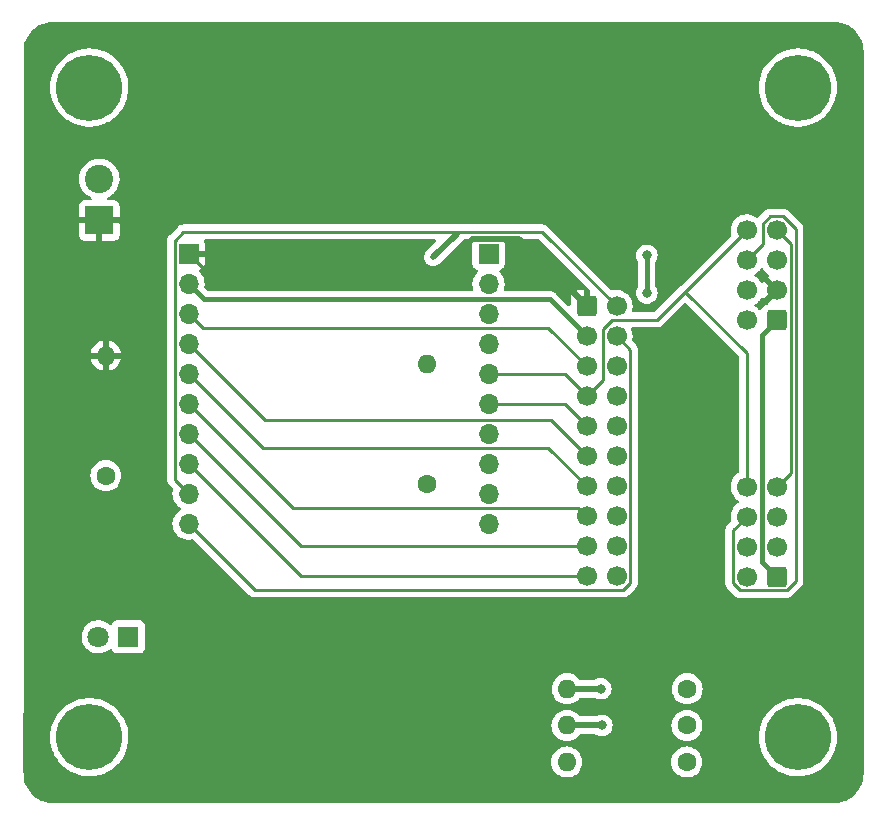
<source format=gbl>
%TF.GenerationSoftware,KiCad,Pcbnew,(6.0.4)*%
%TF.CreationDate,2022-04-04T21:54:51+02:00*%
%TF.ProjectId,MCU_INTERFACE_BOARD,4d43555f-494e-4544-9552-464143455f42,rev?*%
%TF.SameCoordinates,Original*%
%TF.FileFunction,Copper,L2,Bot*%
%TF.FilePolarity,Positive*%
%FSLAX46Y46*%
G04 Gerber Fmt 4.6, Leading zero omitted, Abs format (unit mm)*
G04 Created by KiCad (PCBNEW (6.0.4)) date 2022-04-04 21:54:51*
%MOMM*%
%LPD*%
G01*
G04 APERTURE LIST*
G04 Aperture macros list*
%AMRoundRect*
0 Rectangle with rounded corners*
0 $1 Rounding radius*
0 $2 $3 $4 $5 $6 $7 $8 $9 X,Y pos of 4 corners*
0 Add a 4 corners polygon primitive as box body*
4,1,4,$2,$3,$4,$5,$6,$7,$8,$9,$2,$3,0*
0 Add four circle primitives for the rounded corners*
1,1,$1+$1,$2,$3*
1,1,$1+$1,$4,$5*
1,1,$1+$1,$6,$7*
1,1,$1+$1,$8,$9*
0 Add four rect primitives between the rounded corners*
20,1,$1+$1,$2,$3,$4,$5,0*
20,1,$1+$1,$4,$5,$6,$7,0*
20,1,$1+$1,$6,$7,$8,$9,0*
20,1,$1+$1,$8,$9,$2,$3,0*%
G04 Aperture macros list end*
%TA.AperFunction,ComponentPad*%
%ADD10R,2.400000X2.400000*%
%TD*%
%TA.AperFunction,ComponentPad*%
%ADD11C,2.400000*%
%TD*%
%TA.AperFunction,ComponentPad*%
%ADD12C,5.600000*%
%TD*%
%TA.AperFunction,ComponentPad*%
%ADD13R,1.700000X1.700000*%
%TD*%
%TA.AperFunction,ComponentPad*%
%ADD14O,1.700000X1.700000*%
%TD*%
%TA.AperFunction,ComponentPad*%
%ADD15RoundRect,0.250000X-0.600000X-0.600000X0.600000X-0.600000X0.600000X0.600000X-0.600000X0.600000X0*%
%TD*%
%TA.AperFunction,ComponentPad*%
%ADD16C,1.700000*%
%TD*%
%TA.AperFunction,ComponentPad*%
%ADD17RoundRect,0.250000X0.600000X0.600000X-0.600000X0.600000X-0.600000X-0.600000X0.600000X-0.600000X0*%
%TD*%
%TA.AperFunction,ComponentPad*%
%ADD18C,1.600000*%
%TD*%
%TA.AperFunction,ComponentPad*%
%ADD19O,1.600000X1.600000*%
%TD*%
%TA.AperFunction,ComponentPad*%
%ADD20R,1.800000X1.800000*%
%TD*%
%TA.AperFunction,ComponentPad*%
%ADD21C,1.800000*%
%TD*%
%TA.AperFunction,ViaPad*%
%ADD22C,0.800000*%
%TD*%
%TA.AperFunction,Conductor*%
%ADD23C,0.250000*%
%TD*%
%TA.AperFunction,Conductor*%
%ADD24C,0.400000*%
%TD*%
%TA.AperFunction,Conductor*%
%ADD25C,0.500000*%
%TD*%
G04 APERTURE END LIST*
D10*
X110250000Y-85250000D03*
D11*
X110250000Y-81750000D03*
D12*
X109400000Y-74000000D03*
X169400000Y-74000000D03*
X109400000Y-129000000D03*
X169400000Y-129000000D03*
D13*
X143200000Y-88100000D03*
D14*
X143200000Y-90640000D03*
X143200000Y-93180000D03*
X143200000Y-95720000D03*
X143200000Y-98260000D03*
X143200000Y-100800000D03*
X143200000Y-103340000D03*
X143200000Y-105880000D03*
X143200000Y-108420000D03*
X143200000Y-110960000D03*
D13*
X117800000Y-88060000D03*
D14*
X117800000Y-90600000D03*
X117800000Y-93140000D03*
X117800000Y-95680000D03*
X117800000Y-98220000D03*
X117800000Y-100760000D03*
X117800000Y-103300000D03*
X117800000Y-105840000D03*
X117800000Y-108380000D03*
X117800000Y-110920000D03*
D15*
X151500000Y-92500000D03*
D16*
X154040000Y-92500000D03*
X151500000Y-95040000D03*
X154040000Y-95040000D03*
X151500000Y-97580000D03*
X154040000Y-97580000D03*
X151500000Y-100120000D03*
X154040000Y-100120000D03*
X151500000Y-102660000D03*
X154040000Y-102660000D03*
X151500000Y-105200000D03*
X154040000Y-105200000D03*
X151500000Y-107740000D03*
X154040000Y-107740000D03*
X151500000Y-110280000D03*
X154040000Y-110280000D03*
X151500000Y-112820000D03*
X154040000Y-112820000D03*
X151500000Y-115360000D03*
X154040000Y-115360000D03*
D17*
X167600000Y-93700000D03*
D16*
X165060000Y-93700000D03*
X167600000Y-91160000D03*
X165060000Y-91160000D03*
X167600000Y-88620000D03*
X165060000Y-88620000D03*
X167600000Y-86080000D03*
X165060000Y-86080000D03*
D17*
X167600000Y-115400000D03*
D16*
X165060000Y-115400000D03*
X167600000Y-112860000D03*
X165060000Y-112860000D03*
X167600000Y-110320000D03*
X165060000Y-110320000D03*
X167600000Y-107780000D03*
X165060000Y-107780000D03*
D18*
X160020000Y-124900000D03*
D19*
X149860000Y-124900000D03*
D18*
X160000000Y-128000000D03*
D19*
X149840000Y-128000000D03*
D18*
X110800000Y-106855000D03*
D19*
X110800000Y-96695000D03*
D20*
X112700000Y-120500000D03*
D21*
X110160000Y-120500000D03*
D18*
X138000000Y-107560000D03*
D19*
X138000000Y-97400000D03*
D18*
X159980000Y-131100000D03*
D19*
X149820000Y-131100000D03*
D22*
X156600000Y-91400000D03*
X156600000Y-88200000D03*
X152700000Y-124900000D03*
X152800000Y-128000000D03*
D23*
X119015001Y-94355001D02*
X148275001Y-94355001D01*
D24*
X156600000Y-88200000D02*
X156600000Y-91400000D01*
D23*
X117800000Y-93140000D02*
X119015001Y-94355001D01*
X148275001Y-94355001D02*
X151500000Y-97580000D01*
X153665997Y-93675001D02*
X157464999Y-93675001D01*
X152864999Y-98755001D02*
X152864999Y-94475999D01*
X165060000Y-107780000D02*
X165060000Y-96460000D01*
X143200000Y-98260000D02*
X149640000Y-98260000D01*
D25*
X149860000Y-124900000D02*
X152700000Y-124900000D01*
D23*
X151500000Y-100120000D02*
X152864999Y-98755001D01*
X165060000Y-96460000D02*
X159870000Y-91270000D01*
X149640000Y-98260000D02*
X151500000Y-100120000D01*
X159870000Y-91270000D02*
X165060000Y-86080000D01*
X157464999Y-93675001D02*
X159870000Y-91270000D01*
X152864999Y-94475999D02*
X153665997Y-93675001D01*
X164495999Y-116575001D02*
X163884999Y-115964001D01*
X169225011Y-115788179D02*
X168438189Y-116575001D01*
X168438189Y-116575001D02*
X164495999Y-116575001D01*
X166424999Y-87255001D02*
X166424999Y-85515999D01*
X169225011Y-85966009D02*
X169225011Y-115788179D01*
X168164001Y-84904999D02*
X169225011Y-85966009D01*
X163884999Y-115964001D02*
X163884999Y-111495001D01*
X167035999Y-84904999D02*
X168164001Y-84904999D01*
X163884999Y-111495001D02*
X165060000Y-110320000D01*
X165060000Y-88620000D02*
X166424999Y-87255001D01*
X166424999Y-85515999D02*
X167035999Y-84904999D01*
D25*
X149840000Y-128000000D02*
X152700000Y-128000000D01*
D23*
X167600000Y-107780000D02*
X168775001Y-106604999D01*
X149640000Y-100800000D02*
X151500000Y-102660000D01*
X143200000Y-100800000D02*
X149640000Y-100800000D01*
X168775001Y-87255001D02*
X167600000Y-86080000D01*
D25*
X152700000Y-128000000D02*
X152800000Y-128100000D01*
D23*
X168775001Y-106604999D02*
X168775001Y-87255001D01*
X117800000Y-88060000D02*
X119015001Y-89275001D01*
D25*
X141800001Y-86799999D02*
X145799999Y-86799999D01*
X145799999Y-86799999D02*
X151500000Y-92500000D01*
D23*
X117800000Y-110920000D02*
X123415001Y-116535001D01*
X155215001Y-96215001D02*
X154040000Y-95040000D01*
X155215001Y-115924001D02*
X155215001Y-96215001D01*
X123415001Y-116535001D02*
X154604001Y-116535001D01*
X154604001Y-116535001D02*
X155215001Y-115924001D01*
X116624999Y-86949999D02*
X116624999Y-107204999D01*
D25*
X138517500Y-88357500D02*
X140517501Y-86357499D01*
D23*
X154040000Y-92500000D02*
X147764989Y-86224989D01*
X116624999Y-107204999D02*
X117800000Y-108380000D01*
X117350009Y-86224989D02*
X116624999Y-86949999D01*
X147764989Y-86224989D02*
X117350009Y-86224989D01*
X127320000Y-115360000D02*
X151500000Y-115360000D01*
X117800000Y-105840000D02*
X127320000Y-115360000D01*
X117800000Y-103300000D02*
X127320000Y-112820000D01*
X127320000Y-112820000D02*
X151500000Y-112820000D01*
X126635001Y-109595001D02*
X150815001Y-109595001D01*
X117800000Y-100760000D02*
X126635001Y-109595001D01*
X150815001Y-109595001D02*
X151500000Y-110280000D01*
X124095001Y-104515001D02*
X148275001Y-104515001D01*
X117800000Y-98220000D02*
X124095001Y-104515001D01*
X148275001Y-104515001D02*
X151500000Y-107740000D01*
X117800000Y-95680000D02*
X124284999Y-102164999D01*
X148464999Y-102164999D02*
X151500000Y-105200000D01*
X124284999Y-102164999D02*
X148464999Y-102164999D01*
D24*
X166349999Y-94950001D02*
X166349999Y-114149999D01*
X166349999Y-114149999D02*
X167600000Y-115400000D01*
X119129999Y-91929999D02*
X148389999Y-91929999D01*
X117800000Y-90600000D02*
X119129999Y-91929999D01*
X167600000Y-93700000D02*
X166349999Y-94950001D01*
X148389999Y-91929999D02*
X151500000Y-95040000D01*
%TA.AperFunction,Conductor*%
G36*
X172440070Y-68428943D02*
G01*
X172454847Y-68431243D01*
X172454848Y-68431243D01*
X172463724Y-68432625D01*
X172480923Y-68430376D01*
X172504863Y-68429543D01*
X172762839Y-68445148D01*
X172777943Y-68446982D01*
X173059012Y-68498489D01*
X173073785Y-68502130D01*
X173346607Y-68587145D01*
X173360825Y-68592537D01*
X173621410Y-68709817D01*
X173634866Y-68716880D01*
X173879415Y-68864714D01*
X173891935Y-68873356D01*
X174012532Y-68967838D01*
X174116883Y-69049592D01*
X174128271Y-69059682D01*
X174330318Y-69261729D01*
X174340408Y-69273117D01*
X174516643Y-69498063D01*
X174525285Y-69510584D01*
X174673120Y-69755134D01*
X174680183Y-69768590D01*
X174739325Y-69899998D01*
X174797461Y-70029171D01*
X174802857Y-70043398D01*
X174887870Y-70316215D01*
X174891511Y-70330988D01*
X174943018Y-70612057D01*
X174944852Y-70627161D01*
X174960019Y-70877904D01*
X174958758Y-70904716D01*
X174958756Y-70904852D01*
X174957375Y-70913724D01*
X174958539Y-70922626D01*
X174958539Y-70922628D01*
X174961502Y-70945282D01*
X174962566Y-70961620D01*
X174962199Y-95369589D01*
X174961649Y-132020635D01*
X174960149Y-132040018D01*
X174957839Y-132054851D01*
X174957839Y-132054855D01*
X174956458Y-132063724D01*
X174958707Y-132080919D01*
X174959540Y-132104863D01*
X174943942Y-132362728D01*
X174942108Y-132377832D01*
X174890620Y-132658793D01*
X174886979Y-132673566D01*
X174858394Y-132765300D01*
X174801999Y-132946277D01*
X174796611Y-132960486D01*
X174679365Y-133220998D01*
X174672309Y-133234440D01*
X174563567Y-133414321D01*
X174524531Y-133478894D01*
X174515888Y-133491416D01*
X174339722Y-133716275D01*
X174329632Y-133727663D01*
X174127663Y-133929632D01*
X174116275Y-133939722D01*
X173891416Y-134115888D01*
X173878895Y-134124530D01*
X173634440Y-134272309D01*
X173620998Y-134279365D01*
X173360486Y-134396611D01*
X173346282Y-134401997D01*
X173084932Y-134483437D01*
X173073566Y-134486979D01*
X173058793Y-134490620D01*
X172777832Y-134542108D01*
X172762727Y-134543942D01*
X172512095Y-134559102D01*
X172485284Y-134557841D01*
X172485148Y-134557839D01*
X172476276Y-134556458D01*
X172467374Y-134557622D01*
X172467369Y-134557622D01*
X172444667Y-134560591D01*
X172428350Y-134561655D01*
X150881409Y-134564864D01*
X106369331Y-134571493D01*
X106349929Y-134569992D01*
X106335151Y-134567690D01*
X106335144Y-134567690D01*
X106326276Y-134566309D01*
X106309077Y-134568558D01*
X106285137Y-134569391D01*
X106027290Y-134553794D01*
X106012186Y-134551960D01*
X105940214Y-134538771D01*
X105731240Y-134500475D01*
X105716473Y-134496836D01*
X105684841Y-134486979D01*
X105443769Y-134411858D01*
X105429555Y-134406466D01*
X105169092Y-134289242D01*
X105155621Y-134282172D01*
X105139298Y-134272304D01*
X105113063Y-134256445D01*
X104911187Y-134134405D01*
X104898666Y-134125762D01*
X104673829Y-133949615D01*
X104662440Y-133939525D01*
X104460475Y-133737560D01*
X104450385Y-133726171D01*
X104274238Y-133501334D01*
X104265595Y-133488813D01*
X104117828Y-133244379D01*
X104110757Y-133230906D01*
X104106288Y-133220976D01*
X103993534Y-132970445D01*
X103988141Y-132956227D01*
X103985041Y-132946277D01*
X103903164Y-132683526D01*
X103899523Y-132668754D01*
X103848040Y-132387814D01*
X103846206Y-132372710D01*
X103831269Y-132125768D01*
X103832520Y-132102216D01*
X103832334Y-132102199D01*
X103832769Y-132097350D01*
X103833576Y-132092552D01*
X103833729Y-132080000D01*
X103829779Y-132052422D01*
X103828507Y-132034546D01*
X103828508Y-132033488D01*
X103829005Y-128988434D01*
X106086661Y-128988434D01*
X106104792Y-129346340D01*
X106105329Y-129349695D01*
X106105330Y-129349701D01*
X106110316Y-129380828D01*
X106161470Y-129700195D01*
X106256033Y-130045859D01*
X106387374Y-130379288D01*
X106418151Y-130437909D01*
X106527283Y-130645775D01*
X106553957Y-130696582D01*
X106555858Y-130699411D01*
X106555864Y-130699421D01*
X106739569Y-130972800D01*
X106753834Y-130994029D01*
X106984665Y-131268150D01*
X107243751Y-131515738D01*
X107528061Y-131733897D01*
X107557444Y-131751762D01*
X107831355Y-131918303D01*
X107831360Y-131918306D01*
X107834270Y-131920075D01*
X107837358Y-131921521D01*
X107837357Y-131921521D01*
X108155710Y-132070649D01*
X108155720Y-132070653D01*
X108158794Y-132072093D01*
X108162012Y-132073195D01*
X108162015Y-132073196D01*
X108494615Y-132187071D01*
X108494623Y-132187073D01*
X108497838Y-132188174D01*
X108847435Y-132266959D01*
X108899728Y-132272917D01*
X109200114Y-132307142D01*
X109200122Y-132307142D01*
X109203497Y-132307527D01*
X109206901Y-132307545D01*
X109206904Y-132307545D01*
X109401227Y-132308562D01*
X109561857Y-132309403D01*
X109565243Y-132309053D01*
X109565245Y-132309053D01*
X109914932Y-132272917D01*
X109914941Y-132272916D01*
X109918324Y-132272566D01*
X109921657Y-132271852D01*
X109921660Y-132271851D01*
X110096511Y-132234366D01*
X110268727Y-132197446D01*
X110608968Y-132084922D01*
X110935066Y-131936311D01*
X111029052Y-131880506D01*
X111240262Y-131755099D01*
X111240267Y-131755096D01*
X111243207Y-131753350D01*
X111529786Y-131538180D01*
X111791451Y-131293319D01*
X111957731Y-131100000D01*
X148506502Y-131100000D01*
X148526457Y-131328087D01*
X148527881Y-131333400D01*
X148527881Y-131333402D01*
X148582752Y-131538180D01*
X148585716Y-131549243D01*
X148588039Y-131554224D01*
X148588039Y-131554225D01*
X148680151Y-131751762D01*
X148680154Y-131751767D01*
X148682477Y-131756749D01*
X148685634Y-131761257D01*
X148806985Y-131934564D01*
X148813802Y-131944300D01*
X148975700Y-132106198D01*
X148980208Y-132109355D01*
X148980211Y-132109357D01*
X149058389Y-132164098D01*
X149163251Y-132237523D01*
X149168233Y-132239846D01*
X149168238Y-132239849D01*
X149317399Y-132309403D01*
X149370757Y-132334284D01*
X149376065Y-132335706D01*
X149376067Y-132335707D01*
X149586598Y-132392119D01*
X149586600Y-132392119D01*
X149591913Y-132393543D01*
X149820000Y-132413498D01*
X150048087Y-132393543D01*
X150053400Y-132392119D01*
X150053402Y-132392119D01*
X150263933Y-132335707D01*
X150263935Y-132335706D01*
X150269243Y-132334284D01*
X150322601Y-132309403D01*
X150471762Y-132239849D01*
X150471767Y-132239846D01*
X150476749Y-132237523D01*
X150581611Y-132164098D01*
X150659789Y-132109357D01*
X150659792Y-132109355D01*
X150664300Y-132106198D01*
X150826198Y-131944300D01*
X150833016Y-131934564D01*
X150954366Y-131761257D01*
X150957523Y-131756749D01*
X150959846Y-131751767D01*
X150959849Y-131751762D01*
X151051961Y-131554225D01*
X151051961Y-131554224D01*
X151054284Y-131549243D01*
X151057249Y-131538180D01*
X151112119Y-131333402D01*
X151112119Y-131333400D01*
X151113543Y-131328087D01*
X151133498Y-131100000D01*
X158666502Y-131100000D01*
X158686457Y-131328087D01*
X158687881Y-131333400D01*
X158687881Y-131333402D01*
X158742752Y-131538180D01*
X158745716Y-131549243D01*
X158748039Y-131554224D01*
X158748039Y-131554225D01*
X158840151Y-131751762D01*
X158840154Y-131751767D01*
X158842477Y-131756749D01*
X158845634Y-131761257D01*
X158966985Y-131934564D01*
X158973802Y-131944300D01*
X159135700Y-132106198D01*
X159140208Y-132109355D01*
X159140211Y-132109357D01*
X159218389Y-132164098D01*
X159323251Y-132237523D01*
X159328233Y-132239846D01*
X159328238Y-132239849D01*
X159477399Y-132309403D01*
X159530757Y-132334284D01*
X159536065Y-132335706D01*
X159536067Y-132335707D01*
X159746598Y-132392119D01*
X159746600Y-132392119D01*
X159751913Y-132393543D01*
X159980000Y-132413498D01*
X160208087Y-132393543D01*
X160213400Y-132392119D01*
X160213402Y-132392119D01*
X160423933Y-132335707D01*
X160423935Y-132335706D01*
X160429243Y-132334284D01*
X160482601Y-132309403D01*
X160631762Y-132239849D01*
X160631767Y-132239846D01*
X160636749Y-132237523D01*
X160741611Y-132164098D01*
X160819789Y-132109357D01*
X160819792Y-132109355D01*
X160824300Y-132106198D01*
X160986198Y-131944300D01*
X160993016Y-131934564D01*
X161114366Y-131761257D01*
X161117523Y-131756749D01*
X161119846Y-131751767D01*
X161119849Y-131751762D01*
X161211961Y-131554225D01*
X161211961Y-131554224D01*
X161214284Y-131549243D01*
X161217249Y-131538180D01*
X161272119Y-131333402D01*
X161272119Y-131333400D01*
X161273543Y-131328087D01*
X161293498Y-131100000D01*
X161273543Y-130871913D01*
X161272119Y-130866598D01*
X161215707Y-130656067D01*
X161215706Y-130656065D01*
X161214284Y-130650757D01*
X161211961Y-130645775D01*
X161119849Y-130448238D01*
X161119846Y-130448233D01*
X161117523Y-130443251D01*
X160986198Y-130255700D01*
X160824300Y-130093802D01*
X160819792Y-130090645D01*
X160819789Y-130090643D01*
X160741611Y-130035902D01*
X160636749Y-129962477D01*
X160631767Y-129960154D01*
X160631762Y-129960151D01*
X160434225Y-129868039D01*
X160434224Y-129868039D01*
X160429243Y-129865716D01*
X160423935Y-129864294D01*
X160423933Y-129864293D01*
X160213402Y-129807881D01*
X160213400Y-129807881D01*
X160208087Y-129806457D01*
X159980000Y-129786502D01*
X159751913Y-129806457D01*
X159746600Y-129807881D01*
X159746598Y-129807881D01*
X159536067Y-129864293D01*
X159536065Y-129864294D01*
X159530757Y-129865716D01*
X159525776Y-129868039D01*
X159525775Y-129868039D01*
X159328238Y-129960151D01*
X159328233Y-129960154D01*
X159323251Y-129962477D01*
X159218389Y-130035902D01*
X159140211Y-130090643D01*
X159140208Y-130090645D01*
X159135700Y-130093802D01*
X158973802Y-130255700D01*
X158842477Y-130443251D01*
X158840154Y-130448233D01*
X158840151Y-130448238D01*
X158748039Y-130645775D01*
X158745716Y-130650757D01*
X158744294Y-130656065D01*
X158744293Y-130656067D01*
X158687881Y-130866598D01*
X158686457Y-130871913D01*
X158666502Y-131100000D01*
X151133498Y-131100000D01*
X151113543Y-130871913D01*
X151112119Y-130866598D01*
X151055707Y-130656067D01*
X151055706Y-130656065D01*
X151054284Y-130650757D01*
X151051961Y-130645775D01*
X150959849Y-130448238D01*
X150959846Y-130448233D01*
X150957523Y-130443251D01*
X150826198Y-130255700D01*
X150664300Y-130093802D01*
X150659792Y-130090645D01*
X150659789Y-130090643D01*
X150581611Y-130035902D01*
X150476749Y-129962477D01*
X150471767Y-129960154D01*
X150471762Y-129960151D01*
X150274225Y-129868039D01*
X150274224Y-129868039D01*
X150269243Y-129865716D01*
X150263935Y-129864294D01*
X150263933Y-129864293D01*
X150053402Y-129807881D01*
X150053400Y-129807881D01*
X150048087Y-129806457D01*
X149820000Y-129786502D01*
X149591913Y-129806457D01*
X149586600Y-129807881D01*
X149586598Y-129807881D01*
X149376067Y-129864293D01*
X149376065Y-129864294D01*
X149370757Y-129865716D01*
X149365776Y-129868039D01*
X149365775Y-129868039D01*
X149168238Y-129960151D01*
X149168233Y-129960154D01*
X149163251Y-129962477D01*
X149058389Y-130035902D01*
X148980211Y-130090643D01*
X148980208Y-130090645D01*
X148975700Y-130093802D01*
X148813802Y-130255700D01*
X148682477Y-130443251D01*
X148680154Y-130448233D01*
X148680151Y-130448238D01*
X148588039Y-130645775D01*
X148585716Y-130650757D01*
X148584294Y-130656065D01*
X148584293Y-130656067D01*
X148527881Y-130866598D01*
X148526457Y-130871913D01*
X148506502Y-131100000D01*
X111957731Y-131100000D01*
X112025140Y-131021630D01*
X112131750Y-130866512D01*
X112226190Y-130729101D01*
X112226195Y-130729094D01*
X112228120Y-130726292D01*
X112229732Y-130723298D01*
X112229737Y-130723290D01*
X112396395Y-130413772D01*
X112398017Y-130410760D01*
X112525137Y-130097699D01*
X112531562Y-130081877D01*
X112531564Y-130081872D01*
X112532842Y-130078724D01*
X112543142Y-130042568D01*
X112566619Y-129960151D01*
X112631020Y-129734070D01*
X112691401Y-129380828D01*
X112693511Y-129346340D01*
X112713168Y-129024928D01*
X112713278Y-129023131D01*
X112713326Y-129009357D01*
X112713353Y-129001819D01*
X112713353Y-129001806D01*
X112713359Y-129000000D01*
X112693979Y-128642159D01*
X112636066Y-128288505D01*
X112556057Y-128000000D01*
X148526502Y-128000000D01*
X148546457Y-128228087D01*
X148547881Y-128233400D01*
X148547881Y-128233402D01*
X148583216Y-128365271D01*
X148605716Y-128449243D01*
X148608039Y-128454224D01*
X148608039Y-128454225D01*
X148700151Y-128651762D01*
X148700154Y-128651767D01*
X148702477Y-128656749D01*
X148773724Y-128758500D01*
X148798444Y-128793803D01*
X148833802Y-128844300D01*
X148995700Y-129006198D01*
X149000208Y-129009355D01*
X149000211Y-129009357D01*
X149022449Y-129024928D01*
X149183251Y-129137523D01*
X149188233Y-129139846D01*
X149188238Y-129139849D01*
X149385775Y-129231961D01*
X149390757Y-129234284D01*
X149396065Y-129235706D01*
X149396067Y-129235707D01*
X149606598Y-129292119D01*
X149606600Y-129292119D01*
X149611913Y-129293543D01*
X149840000Y-129313498D01*
X150068087Y-129293543D01*
X150073400Y-129292119D01*
X150073402Y-129292119D01*
X150283933Y-129235707D01*
X150283935Y-129235706D01*
X150289243Y-129234284D01*
X150294225Y-129231961D01*
X150491762Y-129139849D01*
X150491767Y-129139846D01*
X150496749Y-129137523D01*
X150657551Y-129024928D01*
X150679789Y-129009357D01*
X150679792Y-129009355D01*
X150684300Y-129006198D01*
X150846198Y-128844300D01*
X150868655Y-128812229D01*
X150924110Y-128767901D01*
X150971867Y-128758500D01*
X152257413Y-128758500D01*
X152331472Y-128782563D01*
X152337902Y-128787235D01*
X152337909Y-128787239D01*
X152343248Y-128791118D01*
X152349276Y-128793802D01*
X152349278Y-128793803D01*
X152462697Y-128844300D01*
X152517712Y-128868794D01*
X152611113Y-128888647D01*
X152698056Y-128907128D01*
X152698061Y-128907128D01*
X152704513Y-128908500D01*
X152895487Y-128908500D01*
X152901939Y-128907128D01*
X152901944Y-128907128D01*
X152988887Y-128888647D01*
X153082288Y-128868794D01*
X153137303Y-128844300D01*
X153250722Y-128793803D01*
X153250724Y-128793802D01*
X153256752Y-128791118D01*
X153262097Y-128787235D01*
X153312157Y-128750864D01*
X153411253Y-128678866D01*
X153447333Y-128638795D01*
X153534621Y-128541852D01*
X153534622Y-128541851D01*
X153539040Y-128536944D01*
X153634527Y-128371556D01*
X153693542Y-128189928D01*
X153713504Y-128000000D01*
X158686502Y-128000000D01*
X158706457Y-128228087D01*
X158707881Y-128233400D01*
X158707881Y-128233402D01*
X158743216Y-128365271D01*
X158765716Y-128449243D01*
X158768039Y-128454224D01*
X158768039Y-128454225D01*
X158860151Y-128651762D01*
X158860154Y-128651767D01*
X158862477Y-128656749D01*
X158933724Y-128758500D01*
X158958444Y-128793803D01*
X158993802Y-128844300D01*
X159155700Y-129006198D01*
X159160208Y-129009355D01*
X159160211Y-129009357D01*
X159182449Y-129024928D01*
X159343251Y-129137523D01*
X159348233Y-129139846D01*
X159348238Y-129139849D01*
X159545775Y-129231961D01*
X159550757Y-129234284D01*
X159556065Y-129235706D01*
X159556067Y-129235707D01*
X159766598Y-129292119D01*
X159766600Y-129292119D01*
X159771913Y-129293543D01*
X160000000Y-129313498D01*
X160228087Y-129293543D01*
X160233400Y-129292119D01*
X160233402Y-129292119D01*
X160443933Y-129235707D01*
X160443935Y-129235706D01*
X160449243Y-129234284D01*
X160454225Y-129231961D01*
X160651762Y-129139849D01*
X160651767Y-129139846D01*
X160656749Y-129137523D01*
X160817551Y-129024928D01*
X160839789Y-129009357D01*
X160839792Y-129009355D01*
X160844300Y-129006198D01*
X160862064Y-128988434D01*
X166086661Y-128988434D01*
X166104792Y-129346340D01*
X166105329Y-129349695D01*
X166105330Y-129349701D01*
X166110316Y-129380828D01*
X166161470Y-129700195D01*
X166256033Y-130045859D01*
X166387374Y-130379288D01*
X166418151Y-130437909D01*
X166527283Y-130645775D01*
X166553957Y-130696582D01*
X166555858Y-130699411D01*
X166555864Y-130699421D01*
X166739569Y-130972800D01*
X166753834Y-130994029D01*
X166984665Y-131268150D01*
X167243751Y-131515738D01*
X167528061Y-131733897D01*
X167557444Y-131751762D01*
X167831355Y-131918303D01*
X167831360Y-131918306D01*
X167834270Y-131920075D01*
X167837358Y-131921521D01*
X167837357Y-131921521D01*
X168155710Y-132070649D01*
X168155720Y-132070653D01*
X168158794Y-132072093D01*
X168162012Y-132073195D01*
X168162015Y-132073196D01*
X168494615Y-132187071D01*
X168494623Y-132187073D01*
X168497838Y-132188174D01*
X168847435Y-132266959D01*
X168899728Y-132272917D01*
X169200114Y-132307142D01*
X169200122Y-132307142D01*
X169203497Y-132307527D01*
X169206901Y-132307545D01*
X169206904Y-132307545D01*
X169401227Y-132308562D01*
X169561857Y-132309403D01*
X169565243Y-132309053D01*
X169565245Y-132309053D01*
X169914932Y-132272917D01*
X169914941Y-132272916D01*
X169918324Y-132272566D01*
X169921657Y-132271852D01*
X169921660Y-132271851D01*
X170096511Y-132234366D01*
X170268727Y-132197446D01*
X170608968Y-132084922D01*
X170935066Y-131936311D01*
X171029052Y-131880506D01*
X171240262Y-131755099D01*
X171240267Y-131755096D01*
X171243207Y-131753350D01*
X171529786Y-131538180D01*
X171791451Y-131293319D01*
X172025140Y-131021630D01*
X172131750Y-130866512D01*
X172226190Y-130729101D01*
X172226195Y-130729094D01*
X172228120Y-130726292D01*
X172229732Y-130723298D01*
X172229737Y-130723290D01*
X172396395Y-130413772D01*
X172398017Y-130410760D01*
X172525137Y-130097699D01*
X172531562Y-130081877D01*
X172531564Y-130081872D01*
X172532842Y-130078724D01*
X172543142Y-130042568D01*
X172566619Y-129960151D01*
X172631020Y-129734070D01*
X172691401Y-129380828D01*
X172693511Y-129346340D01*
X172713168Y-129024928D01*
X172713278Y-129023131D01*
X172713326Y-129009357D01*
X172713353Y-129001819D01*
X172713353Y-129001806D01*
X172713359Y-129000000D01*
X172693979Y-128642159D01*
X172636066Y-128288505D01*
X172540297Y-127943173D01*
X172537243Y-127935497D01*
X172409052Y-127613369D01*
X172407793Y-127610205D01*
X172327283Y-127458148D01*
X172241702Y-127296513D01*
X172241698Y-127296506D01*
X172240103Y-127293494D01*
X172039190Y-126996746D01*
X172036694Y-126993802D01*
X171843262Y-126765716D01*
X171807403Y-126723432D01*
X171547454Y-126476750D01*
X171262384Y-126259585D01*
X171259472Y-126257828D01*
X171259467Y-126257825D01*
X170958443Y-126076236D01*
X170958437Y-126076233D01*
X170955528Y-126074478D01*
X170630475Y-125923593D01*
X170460751Y-125866145D01*
X170294255Y-125809789D01*
X170294250Y-125809788D01*
X170291028Y-125808697D01*
X170018133Y-125748197D01*
X169944493Y-125731871D01*
X169944487Y-125731870D01*
X169941158Y-125731132D01*
X169937769Y-125730758D01*
X169937764Y-125730757D01*
X169588338Y-125692180D01*
X169588333Y-125692180D01*
X169584957Y-125691807D01*
X169581558Y-125691801D01*
X169581557Y-125691801D01*
X169412080Y-125691505D01*
X169226592Y-125691182D01*
X169113413Y-125703277D01*
X168873639Y-125728901D01*
X168873631Y-125728902D01*
X168870256Y-125729263D01*
X168520117Y-125805606D01*
X168180271Y-125919317D01*
X168177178Y-125920739D01*
X168177177Y-125920740D01*
X168170974Y-125923593D01*
X167854694Y-126069066D01*
X167851760Y-126070822D01*
X167851758Y-126070823D01*
X167649087Y-126192119D01*
X167547193Y-126253101D01*
X167544467Y-126255163D01*
X167544465Y-126255164D01*
X167538620Y-126259585D01*
X167261367Y-126469270D01*
X167000559Y-126715043D01*
X166767819Y-126987546D01*
X166765900Y-126990358D01*
X166765897Y-126990363D01*
X166672624Y-127127097D01*
X166565871Y-127283591D01*
X166397077Y-127599714D01*
X166263411Y-127932218D01*
X166262491Y-127935492D01*
X166262489Y-127935497D01*
X166178752Y-128233402D01*
X166166437Y-128277213D01*
X166107290Y-128630663D01*
X166086661Y-128988434D01*
X160862064Y-128988434D01*
X161006198Y-128844300D01*
X161041557Y-128793803D01*
X161066276Y-128758500D01*
X161137523Y-128656749D01*
X161139846Y-128651767D01*
X161139849Y-128651762D01*
X161231961Y-128454225D01*
X161231961Y-128454224D01*
X161234284Y-128449243D01*
X161256785Y-128365271D01*
X161292119Y-128233402D01*
X161292119Y-128233400D01*
X161293543Y-128228087D01*
X161313498Y-128000000D01*
X161293543Y-127771913D01*
X161292119Y-127766598D01*
X161235707Y-127556067D01*
X161235706Y-127556065D01*
X161234284Y-127550757D01*
X161191100Y-127458148D01*
X161139849Y-127348238D01*
X161139846Y-127348233D01*
X161137523Y-127343251D01*
X161049427Y-127217437D01*
X161009357Y-127160211D01*
X161009355Y-127160208D01*
X161006198Y-127155700D01*
X160844300Y-126993802D01*
X160839792Y-126990645D01*
X160839789Y-126990643D01*
X160761611Y-126935902D01*
X160656749Y-126862477D01*
X160651767Y-126860154D01*
X160651762Y-126860151D01*
X160454225Y-126768039D01*
X160454224Y-126768039D01*
X160449243Y-126765716D01*
X160443935Y-126764294D01*
X160443933Y-126764293D01*
X160233402Y-126707881D01*
X160233400Y-126707881D01*
X160228087Y-126706457D01*
X160000000Y-126686502D01*
X159771913Y-126706457D01*
X159766600Y-126707881D01*
X159766598Y-126707881D01*
X159556067Y-126764293D01*
X159556065Y-126764294D01*
X159550757Y-126765716D01*
X159545776Y-126768039D01*
X159545775Y-126768039D01*
X159348238Y-126860151D01*
X159348233Y-126860154D01*
X159343251Y-126862477D01*
X159238389Y-126935902D01*
X159160211Y-126990643D01*
X159160208Y-126990645D01*
X159155700Y-126993802D01*
X158993802Y-127155700D01*
X158990645Y-127160208D01*
X158990643Y-127160211D01*
X158950573Y-127217437D01*
X158862477Y-127343251D01*
X158860154Y-127348233D01*
X158860151Y-127348238D01*
X158808900Y-127458148D01*
X158765716Y-127550757D01*
X158764294Y-127556065D01*
X158764293Y-127556067D01*
X158707881Y-127766598D01*
X158706457Y-127771913D01*
X158686502Y-128000000D01*
X153713504Y-128000000D01*
X153693542Y-127810072D01*
X153634527Y-127628444D01*
X153625824Y-127613369D01*
X153542341Y-127468774D01*
X153539040Y-127463056D01*
X153411253Y-127321134D01*
X153301647Y-127241500D01*
X153262094Y-127212763D01*
X153262093Y-127212762D01*
X153256752Y-127208882D01*
X153250724Y-127206198D01*
X153250722Y-127206197D01*
X153088319Y-127133891D01*
X153088318Y-127133891D01*
X153082288Y-127131206D01*
X152988888Y-127111353D01*
X152901944Y-127092872D01*
X152901939Y-127092872D01*
X152895487Y-127091500D01*
X152704513Y-127091500D01*
X152698061Y-127092872D01*
X152698056Y-127092872D01*
X152611112Y-127111353D01*
X152517712Y-127131206D01*
X152511682Y-127133891D01*
X152511681Y-127133891D01*
X152349278Y-127206197D01*
X152349276Y-127206198D01*
X152343248Y-127208882D01*
X152337909Y-127212761D01*
X152337902Y-127212765D01*
X152331472Y-127217437D01*
X152257413Y-127241500D01*
X150971867Y-127241500D01*
X150903746Y-127221498D01*
X150868655Y-127187772D01*
X150846198Y-127155700D01*
X150684300Y-126993802D01*
X150679792Y-126990645D01*
X150679789Y-126990643D01*
X150601611Y-126935902D01*
X150496749Y-126862477D01*
X150491767Y-126860154D01*
X150491762Y-126860151D01*
X150294225Y-126768039D01*
X150294224Y-126768039D01*
X150289243Y-126765716D01*
X150283935Y-126764294D01*
X150283933Y-126764293D01*
X150073402Y-126707881D01*
X150073400Y-126707881D01*
X150068087Y-126706457D01*
X149840000Y-126686502D01*
X149611913Y-126706457D01*
X149606600Y-126707881D01*
X149606598Y-126707881D01*
X149396067Y-126764293D01*
X149396065Y-126764294D01*
X149390757Y-126765716D01*
X149385776Y-126768039D01*
X149385775Y-126768039D01*
X149188238Y-126860151D01*
X149188233Y-126860154D01*
X149183251Y-126862477D01*
X149078389Y-126935902D01*
X149000211Y-126990643D01*
X149000208Y-126990645D01*
X148995700Y-126993802D01*
X148833802Y-127155700D01*
X148830645Y-127160208D01*
X148830643Y-127160211D01*
X148790573Y-127217437D01*
X148702477Y-127343251D01*
X148700154Y-127348233D01*
X148700151Y-127348238D01*
X148648900Y-127458148D01*
X148605716Y-127550757D01*
X148604294Y-127556065D01*
X148604293Y-127556067D01*
X148547881Y-127766598D01*
X148546457Y-127771913D01*
X148526502Y-128000000D01*
X112556057Y-128000000D01*
X112540297Y-127943173D01*
X112537243Y-127935497D01*
X112409052Y-127613369D01*
X112407793Y-127610205D01*
X112327283Y-127458148D01*
X112241702Y-127296513D01*
X112241698Y-127296506D01*
X112240103Y-127293494D01*
X112039190Y-126996746D01*
X112036694Y-126993802D01*
X111843262Y-126765716D01*
X111807403Y-126723432D01*
X111547454Y-126476750D01*
X111262384Y-126259585D01*
X111259472Y-126257828D01*
X111259467Y-126257825D01*
X110958443Y-126076236D01*
X110958437Y-126076233D01*
X110955528Y-126074478D01*
X110630475Y-125923593D01*
X110460751Y-125866145D01*
X110294255Y-125809789D01*
X110294250Y-125809788D01*
X110291028Y-125808697D01*
X110018133Y-125748197D01*
X109944493Y-125731871D01*
X109944487Y-125731870D01*
X109941158Y-125731132D01*
X109937769Y-125730758D01*
X109937764Y-125730757D01*
X109588338Y-125692180D01*
X109588333Y-125692180D01*
X109584957Y-125691807D01*
X109581558Y-125691801D01*
X109581557Y-125691801D01*
X109412080Y-125691505D01*
X109226592Y-125691182D01*
X109113413Y-125703277D01*
X108873639Y-125728901D01*
X108873631Y-125728902D01*
X108870256Y-125729263D01*
X108520117Y-125805606D01*
X108180271Y-125919317D01*
X108177178Y-125920739D01*
X108177177Y-125920740D01*
X108170974Y-125923593D01*
X107854694Y-126069066D01*
X107851760Y-126070822D01*
X107851758Y-126070823D01*
X107649087Y-126192119D01*
X107547193Y-126253101D01*
X107544467Y-126255163D01*
X107544465Y-126255164D01*
X107538620Y-126259585D01*
X107261367Y-126469270D01*
X107000559Y-126715043D01*
X106767819Y-126987546D01*
X106765900Y-126990358D01*
X106765897Y-126990363D01*
X106672624Y-127127097D01*
X106565871Y-127283591D01*
X106397077Y-127599714D01*
X106263411Y-127932218D01*
X106262491Y-127935492D01*
X106262489Y-127935497D01*
X106178752Y-128233402D01*
X106166437Y-128277213D01*
X106107290Y-128630663D01*
X106086661Y-128988434D01*
X103829005Y-128988434D01*
X103829672Y-124900000D01*
X148546502Y-124900000D01*
X148566457Y-125128087D01*
X148567881Y-125133400D01*
X148567881Y-125133402D01*
X148603216Y-125265271D01*
X148625716Y-125349243D01*
X148628039Y-125354224D01*
X148628039Y-125354225D01*
X148720151Y-125551762D01*
X148720154Y-125551767D01*
X148722477Y-125556749D01*
X148793724Y-125658500D01*
X148844582Y-125731132D01*
X148853802Y-125744300D01*
X149015700Y-125906198D01*
X149020208Y-125909355D01*
X149020211Y-125909357D01*
X149098389Y-125964098D01*
X149203251Y-126037523D01*
X149208233Y-126039846D01*
X149208238Y-126039849D01*
X149405775Y-126131961D01*
X149410757Y-126134284D01*
X149416065Y-126135706D01*
X149416067Y-126135707D01*
X149626598Y-126192119D01*
X149626600Y-126192119D01*
X149631913Y-126193543D01*
X149860000Y-126213498D01*
X150088087Y-126193543D01*
X150093400Y-126192119D01*
X150093402Y-126192119D01*
X150303933Y-126135707D01*
X150303935Y-126135706D01*
X150309243Y-126134284D01*
X150314225Y-126131961D01*
X150511762Y-126039849D01*
X150511767Y-126039846D01*
X150516749Y-126037523D01*
X150621611Y-125964098D01*
X150699789Y-125909357D01*
X150699792Y-125909355D01*
X150704300Y-125906198D01*
X150866198Y-125744300D01*
X150888655Y-125712229D01*
X150944110Y-125667901D01*
X150991867Y-125658500D01*
X152157413Y-125658500D01*
X152231472Y-125682563D01*
X152237902Y-125687235D01*
X152237909Y-125687239D01*
X152243248Y-125691118D01*
X152249276Y-125693802D01*
X152249278Y-125693803D01*
X152362697Y-125744300D01*
X152417712Y-125768794D01*
X152511112Y-125788647D01*
X152598056Y-125807128D01*
X152598061Y-125807128D01*
X152604513Y-125808500D01*
X152795487Y-125808500D01*
X152801939Y-125807128D01*
X152801944Y-125807128D01*
X152888888Y-125788647D01*
X152982288Y-125768794D01*
X153037303Y-125744300D01*
X153150722Y-125693803D01*
X153150724Y-125693802D01*
X153156752Y-125691118D01*
X153162097Y-125687235D01*
X153212157Y-125650864D01*
X153311253Y-125578866D01*
X153439040Y-125436944D01*
X153534527Y-125271556D01*
X153593542Y-125089928D01*
X153613504Y-124900000D01*
X158706502Y-124900000D01*
X158726457Y-125128087D01*
X158727881Y-125133400D01*
X158727881Y-125133402D01*
X158763216Y-125265271D01*
X158785716Y-125349243D01*
X158788039Y-125354224D01*
X158788039Y-125354225D01*
X158880151Y-125551762D01*
X158880154Y-125551767D01*
X158882477Y-125556749D01*
X158953724Y-125658500D01*
X159004582Y-125731132D01*
X159013802Y-125744300D01*
X159175700Y-125906198D01*
X159180208Y-125909355D01*
X159180211Y-125909357D01*
X159258389Y-125964098D01*
X159363251Y-126037523D01*
X159368233Y-126039846D01*
X159368238Y-126039849D01*
X159565775Y-126131961D01*
X159570757Y-126134284D01*
X159576065Y-126135706D01*
X159576067Y-126135707D01*
X159786598Y-126192119D01*
X159786600Y-126192119D01*
X159791913Y-126193543D01*
X160020000Y-126213498D01*
X160248087Y-126193543D01*
X160253400Y-126192119D01*
X160253402Y-126192119D01*
X160463933Y-126135707D01*
X160463935Y-126135706D01*
X160469243Y-126134284D01*
X160474225Y-126131961D01*
X160671762Y-126039849D01*
X160671767Y-126039846D01*
X160676749Y-126037523D01*
X160781611Y-125964098D01*
X160859789Y-125909357D01*
X160859792Y-125909355D01*
X160864300Y-125906198D01*
X161026198Y-125744300D01*
X161035419Y-125731132D01*
X161086276Y-125658500D01*
X161157523Y-125556749D01*
X161159846Y-125551767D01*
X161159849Y-125551762D01*
X161251961Y-125354225D01*
X161251961Y-125354224D01*
X161254284Y-125349243D01*
X161276785Y-125265271D01*
X161312119Y-125133402D01*
X161312119Y-125133400D01*
X161313543Y-125128087D01*
X161333498Y-124900000D01*
X161313543Y-124671913D01*
X161312119Y-124666598D01*
X161255707Y-124456067D01*
X161255706Y-124456065D01*
X161254284Y-124450757D01*
X161211100Y-124358148D01*
X161159849Y-124248238D01*
X161159846Y-124248233D01*
X161157523Y-124243251D01*
X161069427Y-124117437D01*
X161029357Y-124060211D01*
X161029355Y-124060208D01*
X161026198Y-124055700D01*
X160864300Y-123893802D01*
X160859792Y-123890645D01*
X160859789Y-123890643D01*
X160781611Y-123835902D01*
X160676749Y-123762477D01*
X160671767Y-123760154D01*
X160671762Y-123760151D01*
X160474225Y-123668039D01*
X160474224Y-123668039D01*
X160469243Y-123665716D01*
X160463935Y-123664294D01*
X160463933Y-123664293D01*
X160253402Y-123607881D01*
X160253400Y-123607881D01*
X160248087Y-123606457D01*
X160020000Y-123586502D01*
X159791913Y-123606457D01*
X159786600Y-123607881D01*
X159786598Y-123607881D01*
X159576067Y-123664293D01*
X159576065Y-123664294D01*
X159570757Y-123665716D01*
X159565776Y-123668039D01*
X159565775Y-123668039D01*
X159368238Y-123760151D01*
X159368233Y-123760154D01*
X159363251Y-123762477D01*
X159258389Y-123835902D01*
X159180211Y-123890643D01*
X159180208Y-123890645D01*
X159175700Y-123893802D01*
X159013802Y-124055700D01*
X159010645Y-124060208D01*
X159010643Y-124060211D01*
X158970573Y-124117437D01*
X158882477Y-124243251D01*
X158880154Y-124248233D01*
X158880151Y-124248238D01*
X158828900Y-124358148D01*
X158785716Y-124450757D01*
X158784294Y-124456065D01*
X158784293Y-124456067D01*
X158727881Y-124666598D01*
X158726457Y-124671913D01*
X158706502Y-124900000D01*
X153613504Y-124900000D01*
X153593542Y-124710072D01*
X153534527Y-124528444D01*
X153439040Y-124363056D01*
X153311253Y-124221134D01*
X153201647Y-124141500D01*
X153162094Y-124112763D01*
X153162093Y-124112762D01*
X153156752Y-124108882D01*
X153150724Y-124106198D01*
X153150722Y-124106197D01*
X152988319Y-124033891D01*
X152988318Y-124033891D01*
X152982288Y-124031206D01*
X152888887Y-124011353D01*
X152801944Y-123992872D01*
X152801939Y-123992872D01*
X152795487Y-123991500D01*
X152604513Y-123991500D01*
X152598061Y-123992872D01*
X152598056Y-123992872D01*
X152511113Y-124011353D01*
X152417712Y-124031206D01*
X152411682Y-124033891D01*
X152411681Y-124033891D01*
X152249278Y-124106197D01*
X152249276Y-124106198D01*
X152243248Y-124108882D01*
X152237909Y-124112761D01*
X152237902Y-124112765D01*
X152231472Y-124117437D01*
X152157413Y-124141500D01*
X150991867Y-124141500D01*
X150923746Y-124121498D01*
X150888655Y-124087772D01*
X150866198Y-124055700D01*
X150704300Y-123893802D01*
X150699792Y-123890645D01*
X150699789Y-123890643D01*
X150621611Y-123835902D01*
X150516749Y-123762477D01*
X150511767Y-123760154D01*
X150511762Y-123760151D01*
X150314225Y-123668039D01*
X150314224Y-123668039D01*
X150309243Y-123665716D01*
X150303935Y-123664294D01*
X150303933Y-123664293D01*
X150093402Y-123607881D01*
X150093400Y-123607881D01*
X150088087Y-123606457D01*
X149860000Y-123586502D01*
X149631913Y-123606457D01*
X149626600Y-123607881D01*
X149626598Y-123607881D01*
X149416067Y-123664293D01*
X149416065Y-123664294D01*
X149410757Y-123665716D01*
X149405776Y-123668039D01*
X149405775Y-123668039D01*
X149208238Y-123760151D01*
X149208233Y-123760154D01*
X149203251Y-123762477D01*
X149098389Y-123835902D01*
X149020211Y-123890643D01*
X149020208Y-123890645D01*
X149015700Y-123893802D01*
X148853802Y-124055700D01*
X148850645Y-124060208D01*
X148850643Y-124060211D01*
X148810573Y-124117437D01*
X148722477Y-124243251D01*
X148720154Y-124248233D01*
X148720151Y-124248238D01*
X148668900Y-124358148D01*
X148625716Y-124450757D01*
X148624294Y-124456065D01*
X148624293Y-124456067D01*
X148567881Y-124666598D01*
X148566457Y-124671913D01*
X148546502Y-124900000D01*
X103829672Y-124900000D01*
X103830396Y-120465469D01*
X108747095Y-120465469D01*
X108760427Y-120696697D01*
X108761564Y-120701743D01*
X108761565Y-120701749D01*
X108793741Y-120844523D01*
X108811346Y-120922642D01*
X108898484Y-121137237D01*
X109019501Y-121334719D01*
X109171147Y-121509784D01*
X109349349Y-121657730D01*
X109549322Y-121774584D01*
X109765694Y-121857209D01*
X109770760Y-121858240D01*
X109770761Y-121858240D01*
X109823846Y-121869040D01*
X109992656Y-121903385D01*
X110122089Y-121908131D01*
X110218949Y-121911683D01*
X110218953Y-121911683D01*
X110224113Y-121911872D01*
X110229233Y-121911216D01*
X110229235Y-121911216D01*
X110303166Y-121901745D01*
X110453847Y-121882442D01*
X110458795Y-121880957D01*
X110458802Y-121880956D01*
X110670747Y-121817369D01*
X110675690Y-121815886D01*
X110756236Y-121776427D01*
X110879049Y-121716262D01*
X110879052Y-121716260D01*
X110883684Y-121713991D01*
X111072243Y-121579494D01*
X111117309Y-121534585D01*
X111179681Y-121500669D01*
X111250487Y-121505857D01*
X111307249Y-121548503D01*
X111324231Y-121579607D01*
X111349385Y-121646705D01*
X111436739Y-121763261D01*
X111553295Y-121850615D01*
X111689684Y-121901745D01*
X111751866Y-121908500D01*
X113648134Y-121908500D01*
X113710316Y-121901745D01*
X113846705Y-121850615D01*
X113963261Y-121763261D01*
X114050615Y-121646705D01*
X114101745Y-121510316D01*
X114108500Y-121448134D01*
X114108500Y-119551866D01*
X114101745Y-119489684D01*
X114050615Y-119353295D01*
X113963261Y-119236739D01*
X113846705Y-119149385D01*
X113710316Y-119098255D01*
X113648134Y-119091500D01*
X111751866Y-119091500D01*
X111689684Y-119098255D01*
X111553295Y-119149385D01*
X111436739Y-119236739D01*
X111349385Y-119353295D01*
X111346233Y-119361703D01*
X111346232Y-119361705D01*
X111325538Y-119416906D01*
X111282897Y-119473671D01*
X111216335Y-119498371D01*
X111146986Y-119483164D01*
X111124167Y-119466666D01*
X111123887Y-119466358D01*
X110991373Y-119361705D01*
X110946177Y-119326011D01*
X110946172Y-119326008D01*
X110942123Y-119322810D01*
X110937607Y-119320317D01*
X110937604Y-119320315D01*
X110743879Y-119213373D01*
X110743875Y-119213371D01*
X110739355Y-119210876D01*
X110734486Y-119209152D01*
X110734482Y-119209150D01*
X110525903Y-119135288D01*
X110525899Y-119135287D01*
X110521028Y-119133562D01*
X110515935Y-119132655D01*
X110515932Y-119132654D01*
X110298095Y-119093851D01*
X110298089Y-119093850D01*
X110293006Y-119092945D01*
X110220096Y-119092054D01*
X110066581Y-119090179D01*
X110066579Y-119090179D01*
X110061411Y-119090116D01*
X109832464Y-119125150D01*
X109612314Y-119197106D01*
X109607726Y-119199494D01*
X109607722Y-119199496D01*
X109411461Y-119301663D01*
X109406872Y-119304052D01*
X109402739Y-119307155D01*
X109402736Y-119307157D01*
X109225790Y-119440012D01*
X109221655Y-119443117D01*
X109061639Y-119610564D01*
X108931119Y-119801899D01*
X108833602Y-120011981D01*
X108771707Y-120235169D01*
X108747095Y-120465469D01*
X103830396Y-120465469D01*
X103832618Y-106855000D01*
X109486502Y-106855000D01*
X109506457Y-107083087D01*
X109507881Y-107088400D01*
X109507881Y-107088402D01*
X109560743Y-107285682D01*
X109565716Y-107304243D01*
X109568039Y-107309224D01*
X109568039Y-107309225D01*
X109660151Y-107506762D01*
X109660154Y-107506767D01*
X109662477Y-107511749D01*
X109793802Y-107699300D01*
X109955700Y-107861198D01*
X109960208Y-107864355D01*
X109960211Y-107864357D01*
X110038389Y-107919098D01*
X110143251Y-107992523D01*
X110148233Y-107994846D01*
X110148238Y-107994849D01*
X110345775Y-108086961D01*
X110350757Y-108089284D01*
X110356065Y-108090706D01*
X110356067Y-108090707D01*
X110566598Y-108147119D01*
X110566600Y-108147119D01*
X110571913Y-108148543D01*
X110800000Y-108168498D01*
X111028087Y-108148543D01*
X111033400Y-108147119D01*
X111033402Y-108147119D01*
X111243933Y-108090707D01*
X111243935Y-108090706D01*
X111249243Y-108089284D01*
X111254225Y-108086961D01*
X111451762Y-107994849D01*
X111451767Y-107994846D01*
X111456749Y-107992523D01*
X111561611Y-107919098D01*
X111639789Y-107864357D01*
X111639792Y-107864355D01*
X111644300Y-107861198D01*
X111806198Y-107699300D01*
X111937523Y-107511749D01*
X111939846Y-107506767D01*
X111939849Y-107506762D01*
X112031961Y-107309225D01*
X112031961Y-107309224D01*
X112034284Y-107304243D01*
X112039258Y-107285682D01*
X112092119Y-107088402D01*
X112092119Y-107088400D01*
X112093543Y-107083087D01*
X112113498Y-106855000D01*
X112093543Y-106626913D01*
X112087564Y-106604598D01*
X112035707Y-106411067D01*
X112035706Y-106411065D01*
X112034284Y-106405757D01*
X112029509Y-106395516D01*
X111939849Y-106203238D01*
X111939846Y-106203233D01*
X111937523Y-106198251D01*
X111806198Y-106010700D01*
X111644300Y-105848802D01*
X111639792Y-105845645D01*
X111639789Y-105845643D01*
X111561611Y-105790902D01*
X111456749Y-105717477D01*
X111451767Y-105715154D01*
X111451762Y-105715151D01*
X111254225Y-105623039D01*
X111254224Y-105623039D01*
X111249243Y-105620716D01*
X111243935Y-105619294D01*
X111243933Y-105619293D01*
X111033402Y-105562881D01*
X111033400Y-105562881D01*
X111028087Y-105561457D01*
X110800000Y-105541502D01*
X110571913Y-105561457D01*
X110566600Y-105562881D01*
X110566598Y-105562881D01*
X110356067Y-105619293D01*
X110356065Y-105619294D01*
X110350757Y-105620716D01*
X110345776Y-105623039D01*
X110345775Y-105623039D01*
X110148238Y-105715151D01*
X110148233Y-105715154D01*
X110143251Y-105717477D01*
X110038389Y-105790902D01*
X109960211Y-105845643D01*
X109960208Y-105845645D01*
X109955700Y-105848802D01*
X109793802Y-106010700D01*
X109662477Y-106198251D01*
X109660154Y-106203233D01*
X109660151Y-106203238D01*
X109570491Y-106395516D01*
X109565716Y-106405757D01*
X109564294Y-106411065D01*
X109564293Y-106411067D01*
X109512436Y-106604598D01*
X109506457Y-106626913D01*
X109486502Y-106855000D01*
X103832618Y-106855000D01*
X103834233Y-96961522D01*
X109517273Y-96961522D01*
X109564764Y-97138761D01*
X109568510Y-97149053D01*
X109660586Y-97346511D01*
X109666069Y-97356007D01*
X109791028Y-97534467D01*
X109798084Y-97542875D01*
X109952125Y-97696916D01*
X109960533Y-97703972D01*
X110138993Y-97828931D01*
X110148489Y-97834414D01*
X110345947Y-97926490D01*
X110356239Y-97930236D01*
X110528503Y-97976394D01*
X110542599Y-97976058D01*
X110546000Y-97968116D01*
X110546000Y-97962967D01*
X111054000Y-97962967D01*
X111057973Y-97976498D01*
X111066522Y-97977727D01*
X111243761Y-97930236D01*
X111254053Y-97926490D01*
X111451511Y-97834414D01*
X111461007Y-97828931D01*
X111639467Y-97703972D01*
X111647875Y-97696916D01*
X111801916Y-97542875D01*
X111808972Y-97534467D01*
X111933931Y-97356007D01*
X111939414Y-97346511D01*
X112031490Y-97149053D01*
X112035236Y-97138761D01*
X112081394Y-96966497D01*
X112081058Y-96952401D01*
X112073116Y-96949000D01*
X111072115Y-96949000D01*
X111056876Y-96953475D01*
X111055671Y-96954865D01*
X111054000Y-96962548D01*
X111054000Y-97962967D01*
X110546000Y-97962967D01*
X110546000Y-96967115D01*
X110541525Y-96951876D01*
X110540135Y-96950671D01*
X110532452Y-96949000D01*
X109532033Y-96949000D01*
X109518502Y-96952973D01*
X109517273Y-96961522D01*
X103834233Y-96961522D01*
X103834321Y-96423503D01*
X109518606Y-96423503D01*
X109518942Y-96437599D01*
X109526884Y-96441000D01*
X110527885Y-96441000D01*
X110543124Y-96436525D01*
X110544329Y-96435135D01*
X110546000Y-96427452D01*
X110546000Y-96422885D01*
X111054000Y-96422885D01*
X111058475Y-96438124D01*
X111059865Y-96439329D01*
X111067548Y-96441000D01*
X112067967Y-96441000D01*
X112081498Y-96437027D01*
X112082727Y-96428478D01*
X112035236Y-96251239D01*
X112031490Y-96240947D01*
X111939414Y-96043489D01*
X111933931Y-96033993D01*
X111808972Y-95855533D01*
X111801916Y-95847125D01*
X111647875Y-95693084D01*
X111639467Y-95686028D01*
X111461007Y-95561069D01*
X111451511Y-95555586D01*
X111254053Y-95463510D01*
X111243761Y-95459764D01*
X111071497Y-95413606D01*
X111057401Y-95413942D01*
X111054000Y-95421884D01*
X111054000Y-96422885D01*
X110546000Y-96422885D01*
X110546000Y-95427033D01*
X110542027Y-95413502D01*
X110533478Y-95412273D01*
X110356239Y-95459764D01*
X110345947Y-95463510D01*
X110148489Y-95555586D01*
X110138993Y-95561069D01*
X109960533Y-95686028D01*
X109952125Y-95693084D01*
X109798084Y-95847125D01*
X109791028Y-95855533D01*
X109666069Y-96033993D01*
X109660586Y-96043489D01*
X109568510Y-96240947D01*
X109564764Y-96251239D01*
X109518606Y-96423503D01*
X103834321Y-96423503D01*
X103835942Y-86494669D01*
X108542001Y-86494669D01*
X108542371Y-86501490D01*
X108547895Y-86552352D01*
X108551521Y-86567604D01*
X108596676Y-86688054D01*
X108605214Y-86703649D01*
X108681715Y-86805724D01*
X108694276Y-86818285D01*
X108796351Y-86894786D01*
X108811946Y-86903324D01*
X108932394Y-86948478D01*
X108947649Y-86952105D01*
X108998514Y-86957631D01*
X109005328Y-86958000D01*
X109977885Y-86958000D01*
X109993124Y-86953525D01*
X109994329Y-86952135D01*
X109996000Y-86944452D01*
X109996000Y-86939884D01*
X110504000Y-86939884D01*
X110508475Y-86955123D01*
X110509865Y-86956328D01*
X110517548Y-86957999D01*
X111494669Y-86957999D01*
X111501490Y-86957629D01*
X111552352Y-86952105D01*
X111567604Y-86948479D01*
X111617051Y-86929942D01*
X115986779Y-86929942D01*
X115987525Y-86937834D01*
X115990940Y-86973960D01*
X115991499Y-86985818D01*
X115991499Y-107126232D01*
X115990972Y-107137415D01*
X115989297Y-107144908D01*
X115989546Y-107152834D01*
X115989546Y-107152835D01*
X115991437Y-107212985D01*
X115991499Y-107216944D01*
X115991499Y-107244855D01*
X115991996Y-107248789D01*
X115991996Y-107248790D01*
X115992004Y-107248855D01*
X115992937Y-107260692D01*
X115994326Y-107304888D01*
X115997060Y-107314297D01*
X115999977Y-107324338D01*
X116003986Y-107343699D01*
X116006525Y-107363796D01*
X116009444Y-107371167D01*
X116009444Y-107371169D01*
X116022803Y-107404911D01*
X116026648Y-107416141D01*
X116029765Y-107426870D01*
X116038981Y-107458592D01*
X116043014Y-107465411D01*
X116043016Y-107465416D01*
X116049292Y-107476027D01*
X116057987Y-107493775D01*
X116065447Y-107512616D01*
X116070109Y-107519032D01*
X116070109Y-107519033D01*
X116091435Y-107548386D01*
X116097951Y-107558306D01*
X116120457Y-107596361D01*
X116134778Y-107610682D01*
X116147618Y-107625715D01*
X116159527Y-107642106D01*
X116165633Y-107647157D01*
X116193604Y-107670297D01*
X116202383Y-107678287D01*
X116449778Y-107925682D01*
X116483804Y-107987994D01*
X116482100Y-108048448D01*
X116460989Y-108124570D01*
X116460441Y-108129700D01*
X116460440Y-108129704D01*
X116456165Y-108169707D01*
X116437251Y-108346695D01*
X116437548Y-108351848D01*
X116437548Y-108351851D01*
X116449812Y-108564547D01*
X116450110Y-108569715D01*
X116451247Y-108574761D01*
X116451248Y-108574767D01*
X116463051Y-108627137D01*
X116499222Y-108787639D01*
X116583266Y-108994616D01*
X116623883Y-109060897D01*
X116688601Y-109166507D01*
X116699987Y-109185088D01*
X116846250Y-109353938D01*
X117018126Y-109496632D01*
X117088595Y-109537811D01*
X117091445Y-109539476D01*
X117140169Y-109591114D01*
X117153240Y-109660897D01*
X117126509Y-109726669D01*
X117086055Y-109760027D01*
X117073607Y-109766507D01*
X117069474Y-109769610D01*
X117069471Y-109769612D01*
X116899100Y-109897530D01*
X116894965Y-109900635D01*
X116740629Y-110062138D01*
X116737715Y-110066410D01*
X116737714Y-110066411D01*
X116725404Y-110084457D01*
X116614743Y-110246680D01*
X116520688Y-110449305D01*
X116460989Y-110664570D01*
X116437251Y-110886695D01*
X116437548Y-110891848D01*
X116437548Y-110891851D01*
X116443011Y-110986590D01*
X116450110Y-111109715D01*
X116451247Y-111114761D01*
X116451248Y-111114767D01*
X116462276Y-111163700D01*
X116499222Y-111327639D01*
X116525895Y-111393327D01*
X116576910Y-111518962D01*
X116583266Y-111534616D01*
X116630297Y-111611364D01*
X116697228Y-111720585D01*
X116699987Y-111725088D01*
X116846250Y-111893938D01*
X116939372Y-111971249D01*
X117001055Y-112022459D01*
X117018126Y-112036632D01*
X117211000Y-112149338D01*
X117419692Y-112229030D01*
X117424760Y-112230061D01*
X117424763Y-112230062D01*
X117532012Y-112251882D01*
X117638597Y-112273567D01*
X117643772Y-112273757D01*
X117643774Y-112273757D01*
X117856673Y-112281564D01*
X117856677Y-112281564D01*
X117861837Y-112281753D01*
X117866957Y-112281097D01*
X117866959Y-112281097D01*
X118078288Y-112254025D01*
X118078289Y-112254025D01*
X118083416Y-112253368D01*
X118088367Y-112251883D01*
X118088370Y-112251882D01*
X118129829Y-112239444D01*
X118200825Y-112239028D01*
X118255131Y-112271035D01*
X122911344Y-116927248D01*
X122918888Y-116935538D01*
X122923001Y-116942019D01*
X122928778Y-116947444D01*
X122972668Y-116988659D01*
X122975510Y-116991414D01*
X122995232Y-117011136D01*
X122998356Y-117013559D01*
X122998360Y-117013563D01*
X122998425Y-117013613D01*
X123007446Y-117021318D01*
X123039680Y-117051587D01*
X123046628Y-117055406D01*
X123046630Y-117055408D01*
X123057433Y-117061347D01*
X123073960Y-117072203D01*
X123083699Y-117079758D01*
X123083701Y-117079759D01*
X123089961Y-117084615D01*
X123130541Y-117102175D01*
X123141189Y-117107392D01*
X123172516Y-117124614D01*
X123179941Y-117128696D01*
X123187617Y-117130667D01*
X123187620Y-117130668D01*
X123199563Y-117133734D01*
X123218267Y-117140138D01*
X123222961Y-117142169D01*
X123236856Y-117148182D01*
X123244679Y-117149421D01*
X123244689Y-117149424D01*
X123280525Y-117155100D01*
X123292145Y-117157506D01*
X123323960Y-117165674D01*
X123334971Y-117168501D01*
X123355225Y-117168501D01*
X123374935Y-117170052D01*
X123394944Y-117173221D01*
X123402836Y-117172475D01*
X123421941Y-117170669D01*
X123438963Y-117169060D01*
X123450820Y-117168501D01*
X154525234Y-117168501D01*
X154536417Y-117169028D01*
X154543910Y-117170703D01*
X154551836Y-117170454D01*
X154551837Y-117170454D01*
X154611987Y-117168563D01*
X154615946Y-117168501D01*
X154643857Y-117168501D01*
X154647792Y-117168004D01*
X154647857Y-117167996D01*
X154659694Y-117167063D01*
X154691952Y-117166049D01*
X154695971Y-117165923D01*
X154703890Y-117165674D01*
X154723344Y-117160022D01*
X154742701Y-117156014D01*
X154754931Y-117154469D01*
X154754932Y-117154469D01*
X154762798Y-117153475D01*
X154770169Y-117150556D01*
X154770171Y-117150556D01*
X154803913Y-117137197D01*
X154815143Y-117133352D01*
X154849984Y-117123230D01*
X154849985Y-117123230D01*
X154857594Y-117121019D01*
X154864413Y-117116986D01*
X154864418Y-117116984D01*
X154875029Y-117110708D01*
X154892777Y-117102013D01*
X154911618Y-117094553D01*
X154947388Y-117068565D01*
X154957308Y-117062049D01*
X154988536Y-117043581D01*
X154988539Y-117043579D01*
X154995363Y-117039543D01*
X155009684Y-117025222D01*
X155024718Y-117012381D01*
X155026432Y-117011136D01*
X155041108Y-117000473D01*
X155069299Y-116966396D01*
X155077289Y-116957617D01*
X155607248Y-116427658D01*
X155615538Y-116420114D01*
X155622019Y-116416001D01*
X155642027Y-116394695D01*
X155668659Y-116366334D01*
X155671414Y-116363492D01*
X155691135Y-116343771D01*
X155693613Y-116340576D01*
X155701319Y-116331554D01*
X155726159Y-116305102D01*
X155731587Y-116299322D01*
X155739137Y-116285588D01*
X155741347Y-116281569D01*
X155752200Y-116265046D01*
X155759754Y-116255307D01*
X155764614Y-116249042D01*
X155782177Y-116208458D01*
X155787384Y-116197828D01*
X155808696Y-116159061D01*
X155810667Y-116151384D01*
X155810669Y-116151379D01*
X155813733Y-116139443D01*
X155820139Y-116120731D01*
X155820679Y-116119485D01*
X155828182Y-116102146D01*
X155829653Y-116092862D01*
X155835098Y-116058482D01*
X155837505Y-116046861D01*
X155846529Y-116011712D01*
X155846529Y-116011711D01*
X155848501Y-116004031D01*
X155848501Y-115983770D01*
X155850052Y-115964059D01*
X155851980Y-115951886D01*
X155853220Y-115944058D01*
X155849060Y-115900047D01*
X155848501Y-115888190D01*
X155848501Y-96293764D01*
X155849028Y-96282580D01*
X155850702Y-96275092D01*
X155848563Y-96207033D01*
X155848501Y-96203076D01*
X155848501Y-96175145D01*
X155847995Y-96171139D01*
X155847062Y-96159293D01*
X155845923Y-96123038D01*
X155845674Y-96115111D01*
X155840023Y-96095659D01*
X155836015Y-96076307D01*
X155834468Y-96064064D01*
X155833475Y-96056204D01*
X155830557Y-96048833D01*
X155817201Y-96015098D01*
X155813356Y-96003871D01*
X155812722Y-96001688D01*
X155801019Y-95961408D01*
X155796985Y-95954586D01*
X155796982Y-95954580D01*
X155790707Y-95943969D01*
X155782011Y-95926219D01*
X155777473Y-95914757D01*
X155777470Y-95914752D01*
X155774553Y-95907384D01*
X155748574Y-95871626D01*
X155742058Y-95861708D01*
X155723576Y-95830458D01*
X155719543Y-95823638D01*
X155705219Y-95809314D01*
X155692377Y-95794279D01*
X155680473Y-95777894D01*
X155646407Y-95749712D01*
X155637628Y-95741723D01*
X155391218Y-95495313D01*
X155357192Y-95433001D01*
X155359755Y-95369589D01*
X155370865Y-95333022D01*
X155372370Y-95328069D01*
X155401529Y-95106590D01*
X155401802Y-95095405D01*
X155403074Y-95043365D01*
X155403074Y-95043361D01*
X155403156Y-95040000D01*
X155384852Y-94817361D01*
X155330431Y-94600702D01*
X155280010Y-94484742D01*
X155271190Y-94414297D01*
X155301857Y-94350265D01*
X155362273Y-94312977D01*
X155395560Y-94308501D01*
X157386232Y-94308501D01*
X157397415Y-94309028D01*
X157404908Y-94310703D01*
X157412834Y-94310454D01*
X157412835Y-94310454D01*
X157472985Y-94308563D01*
X157476944Y-94308501D01*
X157504855Y-94308501D01*
X157508790Y-94308004D01*
X157508855Y-94307996D01*
X157520692Y-94307063D01*
X157552950Y-94306049D01*
X157556969Y-94305923D01*
X157564888Y-94305674D01*
X157584342Y-94300022D01*
X157603699Y-94296014D01*
X157615929Y-94294469D01*
X157615930Y-94294469D01*
X157623796Y-94293475D01*
X157631167Y-94290556D01*
X157631169Y-94290556D01*
X157664911Y-94277197D01*
X157676141Y-94273352D01*
X157710982Y-94263230D01*
X157710983Y-94263230D01*
X157718592Y-94261019D01*
X157725411Y-94256986D01*
X157725416Y-94256984D01*
X157736027Y-94250708D01*
X157753775Y-94242013D01*
X157772616Y-94234553D01*
X157808386Y-94208565D01*
X157818306Y-94202049D01*
X157849534Y-94183581D01*
X157849537Y-94183579D01*
X157856361Y-94179543D01*
X157870682Y-94165222D01*
X157885716Y-94152381D01*
X157895693Y-94145132D01*
X157902106Y-94140473D01*
X157930297Y-94106396D01*
X157938287Y-94097617D01*
X159780905Y-92254999D01*
X159843217Y-92220973D01*
X159914032Y-92226038D01*
X159959095Y-92254999D01*
X164389595Y-96685499D01*
X164423621Y-96747811D01*
X164426500Y-96774594D01*
X164426500Y-106501692D01*
X164406498Y-106569813D01*
X164358683Y-106613453D01*
X164333607Y-106626507D01*
X164329474Y-106629610D01*
X164329471Y-106629612D01*
X164173298Y-106746870D01*
X164154965Y-106760635D01*
X164000629Y-106922138D01*
X163874743Y-107106680D01*
X163848435Y-107163357D01*
X163783038Y-107304243D01*
X163780688Y-107309305D01*
X163720989Y-107524570D01*
X163697251Y-107746695D01*
X163697548Y-107751848D01*
X163697548Y-107751851D01*
X163699944Y-107793402D01*
X163710110Y-107969715D01*
X163711247Y-107974761D01*
X163711248Y-107974767D01*
X163735304Y-108081508D01*
X163759222Y-108187639D01*
X163799517Y-108286874D01*
X163840050Y-108386695D01*
X163843266Y-108394616D01*
X163872350Y-108442077D01*
X163947400Y-108564547D01*
X163959987Y-108585088D01*
X164106250Y-108753938D01*
X164278126Y-108896632D01*
X164333454Y-108928963D01*
X164351445Y-108939476D01*
X164400169Y-108991114D01*
X164413240Y-109060897D01*
X164386509Y-109126669D01*
X164346055Y-109160027D01*
X164333607Y-109166507D01*
X164329474Y-109169610D01*
X164329471Y-109169612D01*
X164173298Y-109286870D01*
X164154965Y-109300635D01*
X164000629Y-109462138D01*
X163874743Y-109646680D01*
X163827716Y-109747992D01*
X163809238Y-109787800D01*
X163780688Y-109849305D01*
X163720989Y-110064570D01*
X163697251Y-110286695D01*
X163697548Y-110291848D01*
X163697548Y-110291851D01*
X163704057Y-110404743D01*
X163710110Y-110509715D01*
X163711247Y-110514761D01*
X163711248Y-110514767D01*
X163743453Y-110657668D01*
X163738917Y-110728520D01*
X163709631Y-110774464D01*
X163492746Y-110991349D01*
X163484460Y-110998889D01*
X163477981Y-111003001D01*
X163472556Y-111008778D01*
X163431356Y-111052652D01*
X163428601Y-111055494D01*
X163408864Y-111075231D01*
X163406384Y-111078428D01*
X163398681Y-111087448D01*
X163368413Y-111119680D01*
X163364594Y-111126626D01*
X163364592Y-111126629D01*
X163358651Y-111137435D01*
X163347800Y-111153954D01*
X163335385Y-111169960D01*
X163332240Y-111177229D01*
X163332237Y-111177233D01*
X163317825Y-111210538D01*
X163312608Y-111221188D01*
X163291304Y-111259941D01*
X163289333Y-111267616D01*
X163289333Y-111267617D01*
X163286266Y-111279563D01*
X163279862Y-111298267D01*
X163271818Y-111316856D01*
X163270579Y-111324679D01*
X163270576Y-111324689D01*
X163264900Y-111360525D01*
X163262494Y-111372145D01*
X163253471Y-111407290D01*
X163251499Y-111414971D01*
X163251499Y-111435225D01*
X163249948Y-111454935D01*
X163246779Y-111474944D01*
X163247525Y-111482836D01*
X163250940Y-111518962D01*
X163251499Y-111530820D01*
X163251499Y-115885234D01*
X163250972Y-115896417D01*
X163249297Y-115903910D01*
X163249546Y-115911836D01*
X163249546Y-115911837D01*
X163251437Y-115971987D01*
X163251499Y-115975946D01*
X163251499Y-116003857D01*
X163251996Y-116007791D01*
X163251996Y-116007792D01*
X163252004Y-116007857D01*
X163252937Y-116019694D01*
X163254326Y-116063890D01*
X163256872Y-116072652D01*
X163259977Y-116083340D01*
X163263986Y-116102701D01*
X163266525Y-116122798D01*
X163269444Y-116130169D01*
X163269444Y-116130171D01*
X163282803Y-116163913D01*
X163286648Y-116175143D01*
X163296179Y-116207949D01*
X163298981Y-116217594D01*
X163303014Y-116224413D01*
X163303016Y-116224418D01*
X163309292Y-116235029D01*
X163317987Y-116252777D01*
X163325447Y-116271618D01*
X163330109Y-116278034D01*
X163330109Y-116278035D01*
X163351435Y-116307388D01*
X163357951Y-116317308D01*
X163375259Y-116346573D01*
X163380457Y-116355363D01*
X163394778Y-116369684D01*
X163407618Y-116384717D01*
X163419527Y-116401108D01*
X163444068Y-116421410D01*
X163453604Y-116429299D01*
X163462383Y-116437289D01*
X163992342Y-116967248D01*
X163999886Y-116975538D01*
X164003999Y-116982019D01*
X164009776Y-116987444D01*
X164053666Y-117028659D01*
X164056508Y-117031414D01*
X164076229Y-117051135D01*
X164079424Y-117053613D01*
X164088446Y-117061319D01*
X164120678Y-117091587D01*
X164127627Y-117095407D01*
X164138431Y-117101347D01*
X164154955Y-117112200D01*
X164170958Y-117124614D01*
X164211542Y-117142177D01*
X164222172Y-117147384D01*
X164260939Y-117168696D01*
X164268616Y-117170667D01*
X164268621Y-117170669D01*
X164280557Y-117173733D01*
X164299265Y-117180138D01*
X164317854Y-117188182D01*
X164325679Y-117189421D01*
X164325681Y-117189422D01*
X164361518Y-117195098D01*
X164373139Y-117197505D01*
X164404958Y-117205674D01*
X164415969Y-117208501D01*
X164436230Y-117208501D01*
X164455939Y-117210052D01*
X164475942Y-117213220D01*
X164483834Y-117212474D01*
X164489061Y-117211980D01*
X164519953Y-117209060D01*
X164531810Y-117208501D01*
X168359422Y-117208501D01*
X168370605Y-117209028D01*
X168378098Y-117210703D01*
X168386024Y-117210454D01*
X168386025Y-117210454D01*
X168446175Y-117208563D01*
X168450134Y-117208501D01*
X168478045Y-117208501D01*
X168481980Y-117208004D01*
X168482045Y-117207996D01*
X168493882Y-117207063D01*
X168526140Y-117206049D01*
X168530159Y-117205923D01*
X168538078Y-117205674D01*
X168557532Y-117200022D01*
X168576889Y-117196014D01*
X168589119Y-117194469D01*
X168589120Y-117194469D01*
X168596986Y-117193475D01*
X168604357Y-117190556D01*
X168604359Y-117190556D01*
X168638101Y-117177197D01*
X168649331Y-117173352D01*
X168684172Y-117163230D01*
X168684173Y-117163230D01*
X168691782Y-117161019D01*
X168698601Y-117156986D01*
X168698606Y-117156984D01*
X168709217Y-117150708D01*
X168726965Y-117142013D01*
X168745806Y-117134553D01*
X168759126Y-117124876D01*
X168781576Y-117108565D01*
X168791496Y-117102049D01*
X168822724Y-117083581D01*
X168822727Y-117083579D01*
X168829551Y-117079543D01*
X168843872Y-117065222D01*
X168858906Y-117052381D01*
X168860621Y-117051135D01*
X168875296Y-117040473D01*
X168903487Y-117006396D01*
X168911477Y-116997617D01*
X169617258Y-116291836D01*
X169625548Y-116284292D01*
X169632029Y-116280179D01*
X169678670Y-116230511D01*
X169681424Y-116227670D01*
X169701145Y-116207949D01*
X169703623Y-116204754D01*
X169711329Y-116195732D01*
X169736169Y-116169280D01*
X169741597Y-116163500D01*
X169751357Y-116145747D01*
X169762210Y-116129224D01*
X169769764Y-116119485D01*
X169774624Y-116113220D01*
X169792187Y-116072636D01*
X169797394Y-116062006D01*
X169818706Y-116023239D01*
X169820677Y-116015562D01*
X169820679Y-116015557D01*
X169823743Y-116003621D01*
X169830149Y-115984909D01*
X169835045Y-115973596D01*
X169838192Y-115966324D01*
X169845108Y-115922660D01*
X169847515Y-115911039D01*
X169856539Y-115875890D01*
X169856539Y-115875889D01*
X169858511Y-115868209D01*
X169858511Y-115847948D01*
X169860062Y-115828237D01*
X169861990Y-115816064D01*
X169863230Y-115808236D01*
X169859070Y-115764225D01*
X169858511Y-115752368D01*
X169858511Y-86044777D01*
X169859038Y-86033594D01*
X169860713Y-86026101D01*
X169858573Y-85958010D01*
X169858511Y-85954053D01*
X169858511Y-85926153D01*
X169858007Y-85922162D01*
X169857074Y-85910320D01*
X169855934Y-85874045D01*
X169855685Y-85866120D01*
X169853473Y-85858506D01*
X169853472Y-85858501D01*
X169850034Y-85846668D01*
X169846023Y-85827304D01*
X169844478Y-85815073D01*
X169843485Y-85807212D01*
X169840568Y-85799845D01*
X169840567Y-85799840D01*
X169827209Y-85766101D01*
X169823365Y-85754874D01*
X169819561Y-85741782D01*
X169811029Y-85712416D01*
X169800718Y-85694981D01*
X169792023Y-85677233D01*
X169784563Y-85658392D01*
X169764876Y-85631294D01*
X169758575Y-85622622D01*
X169752059Y-85612702D01*
X169733591Y-85581474D01*
X169733589Y-85581471D01*
X169729553Y-85574647D01*
X169715232Y-85560326D01*
X169702391Y-85545292D01*
X169695142Y-85535315D01*
X169690483Y-85528902D01*
X169656406Y-85500711D01*
X169647627Y-85492721D01*
X168667653Y-84512746D01*
X168660113Y-84504460D01*
X168656001Y-84497981D01*
X168606349Y-84451355D01*
X168603508Y-84448601D01*
X168583771Y-84428864D01*
X168580574Y-84426384D01*
X168571552Y-84418679D01*
X168558117Y-84406063D01*
X168539322Y-84388413D01*
X168532376Y-84384594D01*
X168532373Y-84384592D01*
X168521567Y-84378651D01*
X168505048Y-84367800D01*
X168504584Y-84367440D01*
X168489042Y-84355385D01*
X168481773Y-84352240D01*
X168481769Y-84352237D01*
X168448464Y-84337825D01*
X168437814Y-84332608D01*
X168399061Y-84311304D01*
X168379438Y-84306266D01*
X168360735Y-84299862D01*
X168349421Y-84294966D01*
X168349420Y-84294966D01*
X168342146Y-84291818D01*
X168334323Y-84290579D01*
X168334313Y-84290576D01*
X168298477Y-84284900D01*
X168286857Y-84282494D01*
X168251712Y-84273471D01*
X168251711Y-84273471D01*
X168244031Y-84271499D01*
X168223777Y-84271499D01*
X168204066Y-84269948D01*
X168201535Y-84269547D01*
X168184058Y-84266779D01*
X168176166Y-84267525D01*
X168140040Y-84270940D01*
X168128182Y-84271499D01*
X167114762Y-84271499D01*
X167103578Y-84270972D01*
X167096090Y-84269298D01*
X167088167Y-84269547D01*
X167028032Y-84271437D01*
X167024074Y-84271499D01*
X166996143Y-84271499D01*
X166992228Y-84271994D01*
X166992224Y-84271994D01*
X166992166Y-84272002D01*
X166992137Y-84272005D01*
X166980295Y-84272938D01*
X166936109Y-84274326D01*
X166918743Y-84279371D01*
X166916657Y-84279977D01*
X166897305Y-84283985D01*
X166885067Y-84285531D01*
X166885065Y-84285532D01*
X166877202Y-84286525D01*
X166836085Y-84302805D01*
X166824884Y-84306640D01*
X166782405Y-84318981D01*
X166775586Y-84323014D01*
X166775581Y-84323016D01*
X166764970Y-84329292D01*
X166747220Y-84337989D01*
X166728382Y-84345447D01*
X166721966Y-84350108D01*
X166721965Y-84350109D01*
X166692624Y-84371427D01*
X166682700Y-84377946D01*
X166651459Y-84396421D01*
X166651454Y-84396425D01*
X166644636Y-84400457D01*
X166630312Y-84414781D01*
X166615280Y-84427620D01*
X166598892Y-84439527D01*
X166570711Y-84473592D01*
X166562721Y-84482372D01*
X166053475Y-84991618D01*
X165991163Y-85025644D01*
X165920348Y-85020579D01*
X165886290Y-85001405D01*
X165814359Y-84944598D01*
X165618789Y-84836638D01*
X165613920Y-84834914D01*
X165613916Y-84834912D01*
X165413087Y-84763795D01*
X165413083Y-84763794D01*
X165408212Y-84762069D01*
X165403119Y-84761162D01*
X165403116Y-84761161D01*
X165193373Y-84723800D01*
X165193367Y-84723799D01*
X165188284Y-84722894D01*
X165114452Y-84721992D01*
X164970081Y-84720228D01*
X164970079Y-84720228D01*
X164964911Y-84720165D01*
X164744091Y-84753955D01*
X164531756Y-84823357D01*
X164333607Y-84926507D01*
X164329474Y-84929610D01*
X164329471Y-84929612D01*
X164159100Y-85057530D01*
X164154965Y-85060635D01*
X164000629Y-85222138D01*
X163874743Y-85406680D01*
X163872564Y-85411375D01*
X163787762Y-85594066D01*
X163780688Y-85609305D01*
X163720989Y-85824570D01*
X163697251Y-86046695D01*
X163710110Y-86269715D01*
X163711247Y-86274761D01*
X163711248Y-86274767D01*
X163743453Y-86417668D01*
X163738917Y-86488520D01*
X163709631Y-86534464D01*
X159472815Y-90771280D01*
X159454547Y-90786395D01*
X159447729Y-90791028D01*
X159442485Y-90796976D01*
X159442484Y-90796977D01*
X159410589Y-90833155D01*
X159405170Y-90838925D01*
X159393865Y-90850230D01*
X159393862Y-90850234D01*
X157239499Y-93004596D01*
X157177187Y-93038622D01*
X157150404Y-93041501D01*
X155465340Y-93041501D01*
X155397219Y-93021499D01*
X155350726Y-92967843D01*
X155340622Y-92897569D01*
X155344780Y-92878880D01*
X155372370Y-92788069D01*
X155401529Y-92566590D01*
X155403156Y-92500000D01*
X155384852Y-92277361D01*
X155330431Y-92060702D01*
X155241354Y-91855840D01*
X155182762Y-91765271D01*
X155122822Y-91672617D01*
X155122820Y-91672614D01*
X155120014Y-91668277D01*
X154969670Y-91503051D01*
X154965619Y-91499852D01*
X154965615Y-91499848D01*
X154839186Y-91400000D01*
X155686496Y-91400000D01*
X155706458Y-91589928D01*
X155765473Y-91771556D01*
X155860960Y-91936944D01*
X155988747Y-92078866D01*
X156143248Y-92191118D01*
X156149276Y-92193802D01*
X156149278Y-92193803D01*
X156311681Y-92266109D01*
X156317712Y-92268794D01*
X156411113Y-92288647D01*
X156498056Y-92307128D01*
X156498061Y-92307128D01*
X156504513Y-92308500D01*
X156695487Y-92308500D01*
X156701939Y-92307128D01*
X156701944Y-92307128D01*
X156788887Y-92288647D01*
X156882288Y-92268794D01*
X156888319Y-92266109D01*
X157050722Y-92193803D01*
X157050724Y-92193802D01*
X157056752Y-92191118D01*
X157211253Y-92078866D01*
X157339040Y-91936944D01*
X157434527Y-91771556D01*
X157493542Y-91589928D01*
X157513504Y-91400000D01*
X157497957Y-91252081D01*
X157494232Y-91216635D01*
X157494232Y-91216633D01*
X157493542Y-91210072D01*
X157434527Y-91028444D01*
X157339040Y-90863056D01*
X157334621Y-90858148D01*
X157332564Y-90855317D01*
X157308705Y-90788449D01*
X157308500Y-90781256D01*
X157308500Y-88818744D01*
X157328502Y-88750623D01*
X157332564Y-88744683D01*
X157334621Y-88741852D01*
X157339040Y-88736944D01*
X157400610Y-88630302D01*
X157431223Y-88577279D01*
X157431224Y-88577278D01*
X157434527Y-88571556D01*
X157493542Y-88389928D01*
X157503317Y-88296929D01*
X157512814Y-88206565D01*
X157513504Y-88200000D01*
X157512243Y-88188000D01*
X157494232Y-88016635D01*
X157494232Y-88016633D01*
X157493542Y-88010072D01*
X157434527Y-87828444D01*
X157339040Y-87663056D01*
X157211253Y-87521134D01*
X157056752Y-87408882D01*
X157050724Y-87406198D01*
X157050722Y-87406197D01*
X156888319Y-87333891D01*
X156888318Y-87333891D01*
X156882288Y-87331206D01*
X156788887Y-87311353D01*
X156701944Y-87292872D01*
X156701939Y-87292872D01*
X156695487Y-87291500D01*
X156504513Y-87291500D01*
X156498061Y-87292872D01*
X156498056Y-87292872D01*
X156411113Y-87311353D01*
X156317712Y-87331206D01*
X156311682Y-87333891D01*
X156311681Y-87333891D01*
X156149278Y-87406197D01*
X156149276Y-87406198D01*
X156143248Y-87408882D01*
X155988747Y-87521134D01*
X155860960Y-87663056D01*
X155765473Y-87828444D01*
X155706458Y-88010072D01*
X155705768Y-88016633D01*
X155705768Y-88016635D01*
X155687757Y-88188000D01*
X155686496Y-88200000D01*
X155687186Y-88206565D01*
X155696684Y-88296929D01*
X155706458Y-88389928D01*
X155765473Y-88571556D01*
X155768776Y-88577278D01*
X155768777Y-88577279D01*
X155799390Y-88630302D01*
X155860960Y-88736944D01*
X155865379Y-88741852D01*
X155867436Y-88744683D01*
X155891295Y-88811551D01*
X155891500Y-88818744D01*
X155891500Y-90781256D01*
X155871498Y-90849377D01*
X155867436Y-90855317D01*
X155865379Y-90858148D01*
X155860960Y-90863056D01*
X155765473Y-91028444D01*
X155706458Y-91210072D01*
X155705768Y-91216633D01*
X155705768Y-91216635D01*
X155702043Y-91252081D01*
X155686496Y-91400000D01*
X154839186Y-91400000D01*
X154798414Y-91367800D01*
X154798410Y-91367798D01*
X154794359Y-91364598D01*
X154784391Y-91359095D01*
X154679167Y-91301009D01*
X154598789Y-91256638D01*
X154593920Y-91254914D01*
X154593916Y-91254912D01*
X154393087Y-91183795D01*
X154393083Y-91183794D01*
X154388212Y-91182069D01*
X154383119Y-91181162D01*
X154383116Y-91181161D01*
X154173373Y-91143800D01*
X154173367Y-91143799D01*
X154168284Y-91142894D01*
X154094452Y-91141992D01*
X153950081Y-91140228D01*
X153950079Y-91140228D01*
X153944911Y-91140165D01*
X153724091Y-91173955D01*
X153711532Y-91178060D01*
X153640568Y-91180210D01*
X153583294Y-91147389D01*
X148268641Y-85832736D01*
X148261101Y-85824450D01*
X148256989Y-85817971D01*
X148207337Y-85771345D01*
X148204496Y-85768591D01*
X148184759Y-85748854D01*
X148181562Y-85746374D01*
X148172540Y-85738669D01*
X148159111Y-85726058D01*
X148140310Y-85708403D01*
X148133364Y-85704584D01*
X148133361Y-85704582D01*
X148122555Y-85698641D01*
X148106036Y-85687790D01*
X148104303Y-85686446D01*
X148090030Y-85675375D01*
X148082761Y-85672230D01*
X148082757Y-85672227D01*
X148049452Y-85657815D01*
X148038802Y-85652598D01*
X148000049Y-85631294D01*
X147980426Y-85626256D01*
X147961723Y-85619852D01*
X147950409Y-85614956D01*
X147950408Y-85614956D01*
X147943134Y-85611808D01*
X147935311Y-85610569D01*
X147935301Y-85610566D01*
X147899465Y-85604890D01*
X147887845Y-85602484D01*
X147852700Y-85593461D01*
X147852699Y-85593461D01*
X147845019Y-85591489D01*
X147824765Y-85591489D01*
X147805054Y-85589938D01*
X147792875Y-85588009D01*
X147785046Y-85586769D01*
X147755775Y-85589536D01*
X147741028Y-85590930D01*
X147729170Y-85591489D01*
X117428776Y-85591489D01*
X117417593Y-85590962D01*
X117410100Y-85589287D01*
X117402174Y-85589536D01*
X117402173Y-85589536D01*
X117342010Y-85591427D01*
X117338052Y-85591489D01*
X117310153Y-85591489D01*
X117306163Y-85591993D01*
X117294329Y-85592925D01*
X117250120Y-85594315D01*
X117242506Y-85596527D01*
X117242501Y-85596528D01*
X117230668Y-85599966D01*
X117211305Y-85603977D01*
X117191212Y-85606515D01*
X117183845Y-85609432D01*
X117183840Y-85609433D01*
X117150101Y-85622791D01*
X117138874Y-85626635D01*
X117096416Y-85638971D01*
X117089590Y-85643008D01*
X117078981Y-85649282D01*
X117061233Y-85657977D01*
X117042392Y-85665437D01*
X117035976Y-85670099D01*
X117035975Y-85670099D01*
X117006622Y-85691425D01*
X116996702Y-85697941D01*
X116965474Y-85716409D01*
X116965471Y-85716411D01*
X116958647Y-85720447D01*
X116944326Y-85734768D01*
X116929293Y-85747608D01*
X116912902Y-85759517D01*
X116886525Y-85791402D01*
X116884721Y-85793582D01*
X116876731Y-85802363D01*
X116232741Y-86446352D01*
X116224462Y-86453886D01*
X116217981Y-86457999D01*
X116192267Y-86485382D01*
X116171356Y-86507650D01*
X116168601Y-86510492D01*
X116148864Y-86530229D01*
X116146384Y-86533426D01*
X116138681Y-86542446D01*
X116108413Y-86574678D01*
X116104594Y-86581624D01*
X116104592Y-86581627D01*
X116098651Y-86592433D01*
X116087800Y-86608952D01*
X116075385Y-86624958D01*
X116072240Y-86632227D01*
X116072237Y-86632231D01*
X116057825Y-86665536D01*
X116052608Y-86676186D01*
X116031304Y-86714939D01*
X116029333Y-86722614D01*
X116029333Y-86722615D01*
X116026266Y-86734561D01*
X116019862Y-86753265D01*
X116011818Y-86771854D01*
X116010579Y-86779677D01*
X116010576Y-86779687D01*
X116004900Y-86815523D01*
X116002494Y-86827143D01*
X115991499Y-86869969D01*
X115991499Y-86890223D01*
X115989948Y-86909933D01*
X115986779Y-86929942D01*
X111617051Y-86929942D01*
X111688054Y-86903324D01*
X111703649Y-86894786D01*
X111805724Y-86818285D01*
X111818285Y-86805724D01*
X111894786Y-86703649D01*
X111903324Y-86688054D01*
X111948478Y-86567606D01*
X111952105Y-86552351D01*
X111957631Y-86501486D01*
X111958000Y-86494672D01*
X111958000Y-85522115D01*
X111953525Y-85506876D01*
X111952135Y-85505671D01*
X111944452Y-85504000D01*
X110522115Y-85504000D01*
X110506876Y-85508475D01*
X110505671Y-85509865D01*
X110504000Y-85517548D01*
X110504000Y-86939884D01*
X109996000Y-86939884D01*
X109996000Y-85522115D01*
X109991525Y-85506876D01*
X109990135Y-85505671D01*
X109982452Y-85504000D01*
X108560116Y-85504000D01*
X108544877Y-85508475D01*
X108543672Y-85509865D01*
X108542001Y-85517548D01*
X108542001Y-86494669D01*
X103835942Y-86494669D01*
X103836724Y-81705151D01*
X108537296Y-81705151D01*
X108549480Y-81958798D01*
X108599021Y-82207857D01*
X108600600Y-82212255D01*
X108600602Y-82212262D01*
X108645022Y-82335980D01*
X108684831Y-82446858D01*
X108805025Y-82670551D01*
X108807820Y-82674294D01*
X108807822Y-82674297D01*
X108954171Y-82870282D01*
X108954176Y-82870288D01*
X108956963Y-82874020D01*
X108960272Y-82877300D01*
X108960277Y-82877306D01*
X109058859Y-82975031D01*
X109137307Y-83052797D01*
X109141069Y-83055555D01*
X109141072Y-83055558D01*
X109246764Y-83133054D01*
X109342094Y-83202953D01*
X109346229Y-83205129D01*
X109346233Y-83205131D01*
X109535089Y-83304493D01*
X109586061Y-83353912D01*
X109602224Y-83423045D01*
X109578445Y-83489941D01*
X109522274Y-83533361D01*
X109476421Y-83542001D01*
X109005331Y-83542001D01*
X108998510Y-83542371D01*
X108947648Y-83547895D01*
X108932396Y-83551521D01*
X108811946Y-83596676D01*
X108796351Y-83605214D01*
X108694276Y-83681715D01*
X108681715Y-83694276D01*
X108605214Y-83796351D01*
X108596676Y-83811946D01*
X108551522Y-83932394D01*
X108547895Y-83947649D01*
X108542369Y-83998514D01*
X108542000Y-84005328D01*
X108542000Y-84977885D01*
X108546475Y-84993124D01*
X108547865Y-84994329D01*
X108555548Y-84996000D01*
X111939884Y-84996000D01*
X111955123Y-84991525D01*
X111956328Y-84990135D01*
X111957999Y-84982452D01*
X111957999Y-84005331D01*
X111957629Y-83998510D01*
X111952105Y-83947648D01*
X111948479Y-83932396D01*
X111903324Y-83811946D01*
X111894786Y-83796351D01*
X111818285Y-83694276D01*
X111805724Y-83681715D01*
X111703649Y-83605214D01*
X111688054Y-83596676D01*
X111567606Y-83551522D01*
X111552351Y-83547895D01*
X111501486Y-83542369D01*
X111494672Y-83542000D01*
X111019799Y-83542000D01*
X110951678Y-83521998D01*
X110905185Y-83468342D01*
X110895081Y-83398068D01*
X110924575Y-83333488D01*
X110970061Y-83300233D01*
X111041110Y-83269708D01*
X111045090Y-83267245D01*
X111045094Y-83267243D01*
X111253064Y-83138547D01*
X111253066Y-83138545D01*
X111257047Y-83136082D01*
X111355428Y-83052797D01*
X111447289Y-82975031D01*
X111447291Y-82975029D01*
X111450862Y-82972006D01*
X111618295Y-82781084D01*
X111755669Y-82567512D01*
X111859967Y-82335980D01*
X111928896Y-82091575D01*
X111960943Y-81839667D01*
X111963291Y-81750000D01*
X111944472Y-81496759D01*
X111888428Y-81249082D01*
X111796391Y-81012409D01*
X111775866Y-80976498D01*
X111672702Y-80795997D01*
X111672700Y-80795995D01*
X111670383Y-80791940D01*
X111513171Y-80592517D01*
X111328209Y-80418523D01*
X111284483Y-80388189D01*
X111123393Y-80276437D01*
X111123390Y-80276435D01*
X111119561Y-80273779D01*
X111115384Y-80271719D01*
X111115377Y-80271715D01*
X110895996Y-80163528D01*
X110895992Y-80163527D01*
X110891810Y-80161464D01*
X110649960Y-80084047D01*
X110645355Y-80083297D01*
X110403935Y-80043980D01*
X110403934Y-80043980D01*
X110399323Y-80043229D01*
X110272365Y-80041567D01*
X110150083Y-80039966D01*
X110150080Y-80039966D01*
X110145406Y-80039905D01*
X109893787Y-80074149D01*
X109649993Y-80145208D01*
X109419380Y-80251522D01*
X109415471Y-80254085D01*
X109210928Y-80388189D01*
X109210923Y-80388193D01*
X109207015Y-80390755D01*
X109017562Y-80559848D01*
X108855183Y-80755087D01*
X108723447Y-80972182D01*
X108625246Y-81206365D01*
X108562738Y-81452490D01*
X108537296Y-81705151D01*
X103836724Y-81705151D01*
X103837984Y-73988434D01*
X106086661Y-73988434D01*
X106104792Y-74346340D01*
X106105329Y-74349695D01*
X106105330Y-74349701D01*
X106110316Y-74380828D01*
X106161470Y-74700195D01*
X106256033Y-75045859D01*
X106387374Y-75379288D01*
X106553957Y-75696582D01*
X106555858Y-75699411D01*
X106555864Y-75699421D01*
X106739569Y-75972800D01*
X106753834Y-75994029D01*
X106984665Y-76268150D01*
X107243751Y-76515738D01*
X107528061Y-76733897D01*
X107560056Y-76753350D01*
X107831355Y-76918303D01*
X107831360Y-76918306D01*
X107834270Y-76920075D01*
X107837358Y-76921521D01*
X107837357Y-76921521D01*
X108155710Y-77070649D01*
X108155720Y-77070653D01*
X108158794Y-77072093D01*
X108162012Y-77073195D01*
X108162015Y-77073196D01*
X108494615Y-77187071D01*
X108494623Y-77187073D01*
X108497838Y-77188174D01*
X108847435Y-77266959D01*
X108899728Y-77272917D01*
X109200114Y-77307142D01*
X109200122Y-77307142D01*
X109203497Y-77307527D01*
X109206901Y-77307545D01*
X109206904Y-77307545D01*
X109401227Y-77308562D01*
X109561857Y-77309403D01*
X109565243Y-77309053D01*
X109565245Y-77309053D01*
X109914932Y-77272917D01*
X109914941Y-77272916D01*
X109918324Y-77272566D01*
X109921657Y-77271852D01*
X109921660Y-77271851D01*
X110094186Y-77234864D01*
X110268727Y-77197446D01*
X110608968Y-77084922D01*
X110935066Y-76936311D01*
X111029052Y-76880506D01*
X111240262Y-76755099D01*
X111240267Y-76755096D01*
X111243207Y-76753350D01*
X111529786Y-76538180D01*
X111791451Y-76293319D01*
X112025140Y-76021630D01*
X112131750Y-75866512D01*
X112226190Y-75729101D01*
X112226195Y-75729094D01*
X112228120Y-75726292D01*
X112229732Y-75723298D01*
X112229737Y-75723290D01*
X112396395Y-75413772D01*
X112398017Y-75410760D01*
X112532842Y-75078724D01*
X112543142Y-75042568D01*
X112563527Y-74971006D01*
X112631020Y-74734070D01*
X112691401Y-74380828D01*
X112693511Y-74346340D01*
X112713168Y-74024928D01*
X112713278Y-74023131D01*
X112713359Y-74000000D01*
X112712733Y-73988434D01*
X166086661Y-73988434D01*
X166104792Y-74346340D01*
X166105329Y-74349695D01*
X166105330Y-74349701D01*
X166110316Y-74380828D01*
X166161470Y-74700195D01*
X166256033Y-75045859D01*
X166387374Y-75379288D01*
X166553957Y-75696582D01*
X166555858Y-75699411D01*
X166555864Y-75699421D01*
X166739569Y-75972800D01*
X166753834Y-75994029D01*
X166984665Y-76268150D01*
X167243751Y-76515738D01*
X167528061Y-76733897D01*
X167560056Y-76753350D01*
X167831355Y-76918303D01*
X167831360Y-76918306D01*
X167834270Y-76920075D01*
X167837358Y-76921521D01*
X167837357Y-76921521D01*
X168155710Y-77070649D01*
X168155720Y-77070653D01*
X168158794Y-77072093D01*
X168162012Y-77073195D01*
X168162015Y-77073196D01*
X168494615Y-77187071D01*
X168494623Y-77187073D01*
X168497838Y-77188174D01*
X168847435Y-77266959D01*
X168899728Y-77272917D01*
X169200114Y-77307142D01*
X169200122Y-77307142D01*
X169203497Y-77307527D01*
X169206901Y-77307545D01*
X169206904Y-77307545D01*
X169401227Y-77308562D01*
X169561857Y-77309403D01*
X169565243Y-77309053D01*
X169565245Y-77309053D01*
X169914932Y-77272917D01*
X169914941Y-77272916D01*
X169918324Y-77272566D01*
X169921657Y-77271852D01*
X169921660Y-77271851D01*
X170094186Y-77234864D01*
X170268727Y-77197446D01*
X170608968Y-77084922D01*
X170935066Y-76936311D01*
X171029052Y-76880506D01*
X171240262Y-76755099D01*
X171240267Y-76755096D01*
X171243207Y-76753350D01*
X171529786Y-76538180D01*
X171791451Y-76293319D01*
X172025140Y-76021630D01*
X172131750Y-75866512D01*
X172226190Y-75729101D01*
X172226195Y-75729094D01*
X172228120Y-75726292D01*
X172229732Y-75723298D01*
X172229737Y-75723290D01*
X172396395Y-75413772D01*
X172398017Y-75410760D01*
X172532842Y-75078724D01*
X172543142Y-75042568D01*
X172563527Y-74971006D01*
X172631020Y-74734070D01*
X172691401Y-74380828D01*
X172693511Y-74346340D01*
X172713168Y-74024928D01*
X172713278Y-74023131D01*
X172713359Y-74000000D01*
X172693979Y-73642159D01*
X172636066Y-73288505D01*
X172540297Y-72943173D01*
X172537243Y-72935497D01*
X172409052Y-72613369D01*
X172407793Y-72610205D01*
X172377768Y-72553498D01*
X172241702Y-72296513D01*
X172241698Y-72296506D01*
X172240103Y-72293494D01*
X172039190Y-71996746D01*
X171807403Y-71723432D01*
X171547454Y-71476750D01*
X171262384Y-71259585D01*
X171259472Y-71257828D01*
X171259467Y-71257825D01*
X170958443Y-71076236D01*
X170958437Y-71076233D01*
X170955528Y-71074478D01*
X170660851Y-70937693D01*
X170633571Y-70925030D01*
X170633569Y-70925029D01*
X170630475Y-70923593D01*
X170460751Y-70866145D01*
X170294255Y-70809789D01*
X170294250Y-70809788D01*
X170291028Y-70808697D01*
X170092681Y-70764724D01*
X169944493Y-70731871D01*
X169944487Y-70731870D01*
X169941158Y-70731132D01*
X169937769Y-70730758D01*
X169937764Y-70730757D01*
X169588338Y-70692180D01*
X169588333Y-70692180D01*
X169584957Y-70691807D01*
X169581558Y-70691801D01*
X169581557Y-70691801D01*
X169412080Y-70691505D01*
X169226592Y-70691182D01*
X169113413Y-70703277D01*
X168873639Y-70728901D01*
X168873631Y-70728902D01*
X168870256Y-70729263D01*
X168520117Y-70805606D01*
X168180271Y-70919317D01*
X168177178Y-70920739D01*
X168177177Y-70920740D01*
X168086615Y-70962394D01*
X167854694Y-71069066D01*
X167547193Y-71253101D01*
X167544467Y-71255163D01*
X167544465Y-71255164D01*
X167538620Y-71259585D01*
X167261367Y-71469270D01*
X167000559Y-71715043D01*
X166767819Y-71987546D01*
X166765900Y-71990358D01*
X166765897Y-71990363D01*
X166672624Y-72127097D01*
X166565871Y-72283591D01*
X166397077Y-72599714D01*
X166263411Y-72932218D01*
X166262491Y-72935492D01*
X166262489Y-72935497D01*
X166260332Y-72943173D01*
X166166437Y-73277213D01*
X166107290Y-73630663D01*
X166086661Y-73988434D01*
X112712733Y-73988434D01*
X112693979Y-73642159D01*
X112636066Y-73288505D01*
X112540297Y-72943173D01*
X112537243Y-72935497D01*
X112409052Y-72613369D01*
X112407793Y-72610205D01*
X112377768Y-72553498D01*
X112241702Y-72296513D01*
X112241698Y-72296506D01*
X112240103Y-72293494D01*
X112039190Y-71996746D01*
X111807403Y-71723432D01*
X111547454Y-71476750D01*
X111262384Y-71259585D01*
X111259472Y-71257828D01*
X111259467Y-71257825D01*
X110958443Y-71076236D01*
X110958437Y-71076233D01*
X110955528Y-71074478D01*
X110660851Y-70937693D01*
X110633571Y-70925030D01*
X110633569Y-70925029D01*
X110630475Y-70923593D01*
X110460751Y-70866145D01*
X110294255Y-70809789D01*
X110294250Y-70809788D01*
X110291028Y-70808697D01*
X110092681Y-70764724D01*
X109944493Y-70731871D01*
X109944487Y-70731870D01*
X109941158Y-70731132D01*
X109937769Y-70730758D01*
X109937764Y-70730757D01*
X109588338Y-70692180D01*
X109588333Y-70692180D01*
X109584957Y-70691807D01*
X109581558Y-70691801D01*
X109581557Y-70691801D01*
X109412080Y-70691505D01*
X109226592Y-70691182D01*
X109113413Y-70703277D01*
X108873639Y-70728901D01*
X108873631Y-70728902D01*
X108870256Y-70729263D01*
X108520117Y-70805606D01*
X108180271Y-70919317D01*
X108177178Y-70920739D01*
X108177177Y-70920740D01*
X108086615Y-70962394D01*
X107854694Y-71069066D01*
X107547193Y-71253101D01*
X107544467Y-71255163D01*
X107544465Y-71255164D01*
X107538620Y-71259585D01*
X107261367Y-71469270D01*
X107000559Y-71715043D01*
X106767819Y-71987546D01*
X106765900Y-71990358D01*
X106765897Y-71990363D01*
X106672624Y-72127097D01*
X106565871Y-72283591D01*
X106397077Y-72599714D01*
X106263411Y-72932218D01*
X106262491Y-72935492D01*
X106262489Y-72935497D01*
X106260332Y-72943173D01*
X106166437Y-73277213D01*
X106107290Y-73630663D01*
X106086661Y-73988434D01*
X103837984Y-73988434D01*
X103838475Y-70983277D01*
X103840222Y-70962394D01*
X103842753Y-70947352D01*
X103842754Y-70947345D01*
X103843560Y-70942552D01*
X103843713Y-70930000D01*
X103843024Y-70925186D01*
X103843023Y-70925177D01*
X103841853Y-70917006D01*
X103840811Y-70891541D01*
X103856190Y-70637289D01*
X103858024Y-70622184D01*
X103909509Y-70341239D01*
X103913150Y-70326466D01*
X103998125Y-70053770D01*
X104003521Y-70039543D01*
X104061688Y-69910303D01*
X104120744Y-69779085D01*
X104127814Y-69765614D01*
X104275582Y-69521178D01*
X104284224Y-69508657D01*
X104292524Y-69498063D01*
X104460381Y-69283808D01*
X104470464Y-69272428D01*
X104672428Y-69070464D01*
X104683808Y-69060381D01*
X104908662Y-68884221D01*
X104921178Y-68875582D01*
X105165614Y-68727814D01*
X105179087Y-68720743D01*
X105439547Y-68603519D01*
X105453765Y-68598127D01*
X105726466Y-68513150D01*
X105741239Y-68509509D01*
X106022184Y-68458024D01*
X106037289Y-68456190D01*
X106287905Y-68441031D01*
X106314716Y-68442292D01*
X106314852Y-68442294D01*
X106323724Y-68443675D01*
X106355342Y-68439541D01*
X106371650Y-68438478D01*
X172420667Y-68427443D01*
X172440070Y-68428943D01*
G37*
%TD.AperFunction*%
%TA.AperFunction,Conductor*%
G36*
X166412026Y-89295144D02*
G01*
X166439875Y-89326994D01*
X166499987Y-89425088D01*
X166646250Y-89593938D01*
X166818126Y-89736632D01*
X166865731Y-89764450D01*
X166891955Y-89779774D01*
X166940679Y-89831412D01*
X166953750Y-89901195D01*
X166927019Y-89966967D01*
X166886562Y-90000327D01*
X166878460Y-90004544D01*
X166869734Y-90010039D01*
X166849677Y-90025099D01*
X166841223Y-90036427D01*
X166847968Y-90048758D01*
X167870115Y-91070905D01*
X167904141Y-91133217D01*
X167899076Y-91204032D01*
X167870115Y-91249095D01*
X166846737Y-92272473D01*
X166823985Y-92314139D01*
X166821777Y-92324287D01*
X166771574Y-92374488D01*
X166751067Y-92383424D01*
X166676054Y-92408450D01*
X166525652Y-92501522D01*
X166400695Y-92626697D01*
X166396855Y-92632927D01*
X166396854Y-92632928D01*
X166351272Y-92706876D01*
X166307885Y-92777262D01*
X166305579Y-92784213D01*
X166303561Y-92788542D01*
X166256644Y-92841828D01*
X166188367Y-92861290D01*
X166120407Y-92840749D01*
X166096172Y-92820094D01*
X165993152Y-92706876D01*
X165993142Y-92706867D01*
X165989670Y-92703051D01*
X165985619Y-92699852D01*
X165985615Y-92699848D01*
X165818414Y-92567800D01*
X165818410Y-92567798D01*
X165814359Y-92564598D01*
X165773053Y-92541796D01*
X165723084Y-92491364D01*
X165708312Y-92421921D01*
X165733428Y-92355516D01*
X165760780Y-92328909D01*
X165825812Y-92282522D01*
X165939860Y-92201173D01*
X165975253Y-92165904D01*
X166043754Y-92097641D01*
X166098096Y-92043489D01*
X166157594Y-91960689D01*
X166228453Y-91862077D01*
X166229640Y-91862930D01*
X166276960Y-91819362D01*
X166346897Y-91807145D01*
X166412338Y-91834678D01*
X166440166Y-91866512D01*
X166466459Y-91909419D01*
X166476916Y-91918880D01*
X166485694Y-91915096D01*
X167227978Y-91172812D01*
X167235592Y-91158868D01*
X167235461Y-91157035D01*
X167231210Y-91150420D01*
X166489849Y-90409059D01*
X166478313Y-90402759D01*
X166466031Y-90412382D01*
X166433499Y-90460072D01*
X166378587Y-90505075D01*
X166308063Y-90513246D01*
X166244316Y-90481992D01*
X166223618Y-90457508D01*
X166142822Y-90332617D01*
X166142820Y-90332614D01*
X166140014Y-90328277D01*
X165989670Y-90163051D01*
X165985619Y-90159852D01*
X165985615Y-90159848D01*
X165818414Y-90027800D01*
X165818410Y-90027798D01*
X165814359Y-90024598D01*
X165773053Y-90001796D01*
X165723084Y-89951364D01*
X165708312Y-89881921D01*
X165733428Y-89815516D01*
X165760780Y-89788909D01*
X165804603Y-89757650D01*
X165939860Y-89661173D01*
X165954597Y-89646488D01*
X166059207Y-89542242D01*
X166098096Y-89503489D01*
X166157594Y-89420689D01*
X166228453Y-89322077D01*
X166229776Y-89323028D01*
X166276645Y-89279857D01*
X166346580Y-89267625D01*
X166412026Y-89295144D01*
G37*
%TD.AperFunction*%
%TA.AperFunction,Conductor*%
G36*
X147518516Y-86878491D02*
G01*
X147539490Y-86895394D01*
X151717095Y-91072999D01*
X151751121Y-91135311D01*
X151754000Y-91162094D01*
X151754000Y-92628000D01*
X151733998Y-92696121D01*
X151680342Y-92742614D01*
X151628000Y-92754000D01*
X151372000Y-92754000D01*
X151303879Y-92733998D01*
X151257386Y-92680342D01*
X151246000Y-92628000D01*
X151246000Y-91160116D01*
X151241525Y-91144877D01*
X151240135Y-91143672D01*
X151232452Y-91142001D01*
X150852905Y-91142001D01*
X150846386Y-91142338D01*
X150750794Y-91152257D01*
X150737400Y-91155149D01*
X150583216Y-91206588D01*
X150570038Y-91212761D01*
X150432193Y-91298063D01*
X150420792Y-91307099D01*
X150306261Y-91421829D01*
X150297249Y-91433240D01*
X150212184Y-91571243D01*
X150206037Y-91584424D01*
X150154862Y-91738710D01*
X150151995Y-91752086D01*
X150142328Y-91846438D01*
X150142000Y-91852854D01*
X150142001Y-92375840D01*
X150121999Y-92443961D01*
X150068344Y-92490454D01*
X149998070Y-92500558D01*
X149933489Y-92471065D01*
X149926906Y-92464935D01*
X148911447Y-91449476D01*
X148905594Y-91443212D01*
X148872553Y-91405337D01*
X148872551Y-91405335D01*
X148867560Y-91399614D01*
X148815279Y-91362870D01*
X148809985Y-91358938D01*
X148765692Y-91324208D01*
X148759717Y-91319523D01*
X148752801Y-91316400D01*
X148750515Y-91315016D01*
X148735834Y-91306642D01*
X148733474Y-91305377D01*
X148727260Y-91301009D01*
X148720181Y-91298249D01*
X148720179Y-91298248D01*
X148667724Y-91277797D01*
X148661655Y-91275246D01*
X148603426Y-91248954D01*
X148595959Y-91247570D01*
X148593404Y-91246769D01*
X148577151Y-91242140D01*
X148574571Y-91241477D01*
X148567490Y-91238717D01*
X148559959Y-91237726D01*
X148559957Y-91237725D01*
X148530338Y-91233826D01*
X148504138Y-91230377D01*
X148497640Y-91229347D01*
X148434813Y-91217703D01*
X148427233Y-91218140D01*
X148427232Y-91218140D01*
X148372607Y-91221290D01*
X148365353Y-91221499D01*
X144613187Y-91221499D01*
X144545066Y-91201497D01*
X144498573Y-91147841D01*
X144488469Y-91077567D01*
X144492629Y-91058870D01*
X144492868Y-91058086D01*
X144532370Y-90928069D01*
X144561529Y-90706590D01*
X144561611Y-90703240D01*
X144563074Y-90643365D01*
X144563074Y-90643361D01*
X144563156Y-90640000D01*
X144544852Y-90417361D01*
X144490431Y-90200702D01*
X144401354Y-89995840D01*
X144332329Y-89889144D01*
X144282822Y-89812617D01*
X144282820Y-89812614D01*
X144280014Y-89808277D01*
X144264199Y-89790896D01*
X144132798Y-89646488D01*
X144101746Y-89582642D01*
X144110141Y-89512143D01*
X144155317Y-89457375D01*
X144181761Y-89443706D01*
X144288297Y-89403767D01*
X144296705Y-89400615D01*
X144413261Y-89313261D01*
X144500615Y-89196705D01*
X144551745Y-89060316D01*
X144558500Y-88998134D01*
X144558500Y-87201866D01*
X144551745Y-87139684D01*
X144510146Y-87028719D01*
X144504963Y-86957911D01*
X144538884Y-86895542D01*
X144601139Y-86861413D01*
X144628128Y-86858489D01*
X147450395Y-86858489D01*
X147518516Y-86878491D01*
G37*
%TD.AperFunction*%
%TA.AperFunction,Conductor*%
G36*
X138707761Y-86878491D02*
G01*
X138754254Y-86932147D01*
X138764358Y-87002421D01*
X138734864Y-87067001D01*
X138728735Y-87073584D01*
X137949840Y-87852479D01*
X137867766Y-87956216D01*
X137864667Y-87962847D01*
X137864665Y-87962850D01*
X137795977Y-88109818D01*
X137795976Y-88109822D01*
X137792878Y-88116450D01*
X137756860Y-88289615D01*
X137761643Y-88466421D01*
X137763521Y-88473503D01*
X137763521Y-88473504D01*
X137789520Y-88571556D01*
X137806974Y-88637384D01*
X137810430Y-88643843D01*
X137867565Y-88750623D01*
X137890418Y-88793334D01*
X137895265Y-88798822D01*
X137895267Y-88798825D01*
X137909347Y-88814767D01*
X138007500Y-88925904D01*
X138151940Y-89027984D01*
X138158726Y-89030719D01*
X138158730Y-89030721D01*
X138232166Y-89060316D01*
X138315989Y-89094098D01*
X138323226Y-89095199D01*
X138483615Y-89119599D01*
X138483619Y-89119599D01*
X138490849Y-89120699D01*
X138498141Y-89120106D01*
X138498144Y-89120106D01*
X138589154Y-89112703D01*
X138667137Y-89106360D01*
X138674096Y-89104106D01*
X138674099Y-89104105D01*
X138828433Y-89054108D01*
X138828436Y-89054107D01*
X138835399Y-89051851D01*
X138841654Y-89048055D01*
X138841657Y-89048054D01*
X138981814Y-88963004D01*
X138981818Y-88963001D01*
X138986607Y-88960095D01*
X138990806Y-88956386D01*
X138990811Y-88956383D01*
X138993519Y-88953991D01*
X138993523Y-88953988D01*
X138994984Y-88952697D01*
X141052287Y-86895394D01*
X141114599Y-86861368D01*
X141141382Y-86858489D01*
X141771872Y-86858489D01*
X141839993Y-86878491D01*
X141886486Y-86932147D01*
X141896590Y-87002421D01*
X141889854Y-87028719D01*
X141848255Y-87139684D01*
X141841500Y-87201866D01*
X141841500Y-88998134D01*
X141848255Y-89060316D01*
X141899385Y-89196705D01*
X141986739Y-89313261D01*
X142103295Y-89400615D01*
X142111704Y-89403767D01*
X142111705Y-89403768D01*
X142220451Y-89444535D01*
X142277216Y-89487176D01*
X142301916Y-89553738D01*
X142286709Y-89623087D01*
X142267316Y-89649568D01*
X142184116Y-89736632D01*
X142140629Y-89782138D01*
X142137715Y-89786410D01*
X142137714Y-89786411D01*
X142094788Y-89849338D01*
X142014743Y-89966680D01*
X141987626Y-90025099D01*
X141925078Y-90159848D01*
X141920688Y-90169305D01*
X141860989Y-90384570D01*
X141837251Y-90606695D01*
X141837548Y-90611848D01*
X141837548Y-90611851D01*
X141843011Y-90706590D01*
X141850110Y-90829715D01*
X141851247Y-90834761D01*
X141851248Y-90834767D01*
X141867550Y-90907100D01*
X141899222Y-91047639D01*
X141901166Y-91052427D01*
X141902714Y-91057367D01*
X141900418Y-91058086D01*
X141906496Y-91118774D01*
X141874255Y-91182027D01*
X141812934Y-91217809D01*
X141782664Y-91221499D01*
X119475660Y-91221499D01*
X119407539Y-91201497D01*
X119386565Y-91184594D01*
X119171383Y-90969412D01*
X119137357Y-90907100D01*
X119135556Y-90863870D01*
X119158538Y-90689305D01*
X119161529Y-90666590D01*
X119161611Y-90663240D01*
X119163074Y-90603365D01*
X119163074Y-90603361D01*
X119163156Y-90600000D01*
X119144852Y-90377361D01*
X119090431Y-90160702D01*
X119001354Y-89955840D01*
X118920665Y-89831114D01*
X118882822Y-89772617D01*
X118882820Y-89772614D01*
X118880014Y-89768277D01*
X118876540Y-89764459D01*
X118876533Y-89764450D01*
X118732435Y-89606088D01*
X118701383Y-89542242D01*
X118709779Y-89471744D01*
X118754956Y-89416976D01*
X118781400Y-89403307D01*
X118888052Y-89363325D01*
X118903649Y-89354786D01*
X119005724Y-89278285D01*
X119018285Y-89265724D01*
X119094786Y-89163649D01*
X119103324Y-89148054D01*
X119148478Y-89027606D01*
X119152105Y-89012351D01*
X119157631Y-88961486D01*
X119158000Y-88954672D01*
X119158000Y-88332115D01*
X119153525Y-88316876D01*
X119152135Y-88315671D01*
X119144452Y-88314000D01*
X117672000Y-88314000D01*
X117603879Y-88293998D01*
X117557386Y-88240342D01*
X117546000Y-88188000D01*
X117546000Y-87932000D01*
X117566002Y-87863879D01*
X117619658Y-87817386D01*
X117672000Y-87806000D01*
X119139884Y-87806000D01*
X119155123Y-87801525D01*
X119156328Y-87800135D01*
X119157999Y-87792452D01*
X119157999Y-87165331D01*
X119157629Y-87158510D01*
X119152105Y-87107648D01*
X119148479Y-87092397D01*
X119124607Y-87028719D01*
X119119424Y-86957912D01*
X119153344Y-86895543D01*
X119215599Y-86861414D01*
X119242589Y-86858489D01*
X138639640Y-86858489D01*
X138707761Y-86878491D01*
G37*
%TD.AperFunction*%
M02*

</source>
